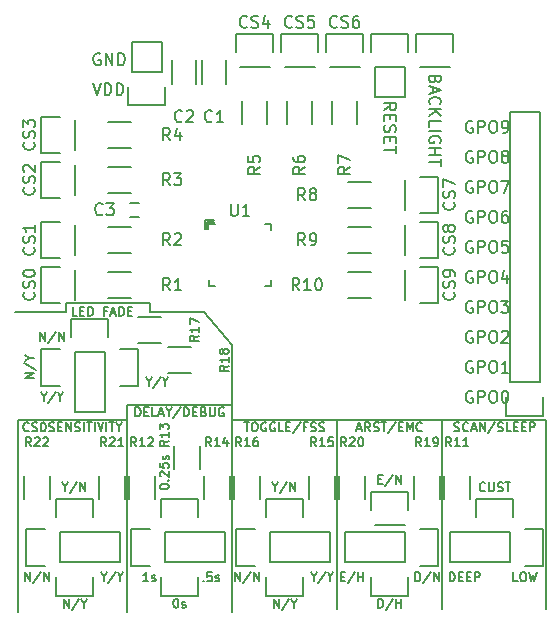
<source format=gto>
%TF.GenerationSoftware,KiCad,Pcbnew,4.0.4+e1-6308~48~ubuntu16.04.1-stable*%
%TF.CreationDate,2016-10-26T09:05:21-07:00*%
%TF.ProjectId,CY8CMBR2010,435938434D4252323031302E6B696361,rev?*%
%TF.FileFunction,Legend,Top*%
%FSLAX46Y46*%
G04 Gerber Fmt 4.6, Leading zero omitted, Abs format (unit mm)*
G04 Created by KiCad (PCBNEW 4.0.4+e1-6308~48~ubuntu16.04.1-stable) date Wed Oct 26 09:05:21 2016*
%MOMM*%
%LPD*%
G01*
G04 APERTURE LIST*
%ADD10C,0.050000*%
%ADD11C,0.200000*%
%ADD12C,0.150000*%
%ADD13R,1.800000X2.100000*%
%ADD14R,1.700000X2.100000*%
%ADD15R,1.300000X0.850000*%
%ADD16R,2.132000X2.132000*%
%ADD17O,2.132000X2.132000*%
%ADD18R,2.132000X1.827200*%
%ADD19O,2.132000X1.827200*%
%ADD20R,2.335200X2.335200*%
%ADD21R,1.827200X2.132000*%
%ADD22O,1.827200X2.132000*%
%ADD23R,2.100000X1.800000*%
%ADD24R,0.800000X0.350000*%
%ADD25R,0.350000X0.800000*%
%ADD26R,1.525000X1.525000*%
G04 APERTURE END LIST*
D10*
D11*
X121412000Y-97536000D02*
X123825000Y-100330000D01*
X116840000Y-97536000D02*
X121412000Y-97536000D01*
X116840000Y-96774000D02*
X116840000Y-97536000D01*
X109728000Y-97536000D02*
X105410000Y-97536000D01*
X109728000Y-96774000D02*
X109728000Y-97536000D01*
X116840000Y-96774000D02*
X109728000Y-96774000D01*
X105664000Y-122936000D02*
X105664000Y-106680000D01*
X105664000Y-106680000D02*
X114935000Y-106680000D01*
X114935000Y-105410000D02*
X123825000Y-105410000D01*
X123825000Y-106680000D02*
X132715000Y-106680000D01*
X132715000Y-106680000D02*
X141605000Y-106680000D01*
X114935000Y-122936460D02*
X114935000Y-105410000D01*
X123825000Y-122936356D02*
X123825000Y-100329648D01*
X132715000Y-122682503D02*
X132715000Y-106680000D01*
X141605000Y-122682503D02*
X141605000Y-106680000D01*
X150368000Y-106680000D02*
X150368000Y-122682503D01*
X141605000Y-106680000D02*
X150368000Y-106680000D01*
D12*
X144176905Y-104275000D02*
X144081667Y-104227381D01*
X143938810Y-104227381D01*
X143795952Y-104275000D01*
X143700714Y-104370238D01*
X143653095Y-104465476D01*
X143605476Y-104655952D01*
X143605476Y-104798810D01*
X143653095Y-104989286D01*
X143700714Y-105084524D01*
X143795952Y-105179762D01*
X143938810Y-105227381D01*
X144034048Y-105227381D01*
X144176905Y-105179762D01*
X144224524Y-105132143D01*
X144224524Y-104798810D01*
X144034048Y-104798810D01*
X144653095Y-105227381D02*
X144653095Y-104227381D01*
X145034048Y-104227381D01*
X145129286Y-104275000D01*
X145176905Y-104322619D01*
X145224524Y-104417857D01*
X145224524Y-104560714D01*
X145176905Y-104655952D01*
X145129286Y-104703571D01*
X145034048Y-104751190D01*
X144653095Y-104751190D01*
X145843571Y-104227381D02*
X146034048Y-104227381D01*
X146129286Y-104275000D01*
X146224524Y-104370238D01*
X146272143Y-104560714D01*
X146272143Y-104894048D01*
X146224524Y-105084524D01*
X146129286Y-105179762D01*
X146034048Y-105227381D01*
X145843571Y-105227381D01*
X145748333Y-105179762D01*
X145653095Y-105084524D01*
X145605476Y-104894048D01*
X145605476Y-104560714D01*
X145653095Y-104370238D01*
X145748333Y-104275000D01*
X145843571Y-104227381D01*
X146891190Y-104227381D02*
X146986429Y-104227381D01*
X147081667Y-104275000D01*
X147129286Y-104322619D01*
X147176905Y-104417857D01*
X147224524Y-104608333D01*
X147224524Y-104846429D01*
X147176905Y-105036905D01*
X147129286Y-105132143D01*
X147081667Y-105179762D01*
X146986429Y-105227381D01*
X146891190Y-105227381D01*
X146795952Y-105179762D01*
X146748333Y-105132143D01*
X146700714Y-105036905D01*
X146653095Y-104846429D01*
X146653095Y-104608333D01*
X146700714Y-104417857D01*
X146748333Y-104322619D01*
X146795952Y-104275000D01*
X146891190Y-104227381D01*
X144176905Y-101735000D02*
X144081667Y-101687381D01*
X143938810Y-101687381D01*
X143795952Y-101735000D01*
X143700714Y-101830238D01*
X143653095Y-101925476D01*
X143605476Y-102115952D01*
X143605476Y-102258810D01*
X143653095Y-102449286D01*
X143700714Y-102544524D01*
X143795952Y-102639762D01*
X143938810Y-102687381D01*
X144034048Y-102687381D01*
X144176905Y-102639762D01*
X144224524Y-102592143D01*
X144224524Y-102258810D01*
X144034048Y-102258810D01*
X144653095Y-102687381D02*
X144653095Y-101687381D01*
X145034048Y-101687381D01*
X145129286Y-101735000D01*
X145176905Y-101782619D01*
X145224524Y-101877857D01*
X145224524Y-102020714D01*
X145176905Y-102115952D01*
X145129286Y-102163571D01*
X145034048Y-102211190D01*
X144653095Y-102211190D01*
X145843571Y-101687381D02*
X146034048Y-101687381D01*
X146129286Y-101735000D01*
X146224524Y-101830238D01*
X146272143Y-102020714D01*
X146272143Y-102354048D01*
X146224524Y-102544524D01*
X146129286Y-102639762D01*
X146034048Y-102687381D01*
X145843571Y-102687381D01*
X145748333Y-102639762D01*
X145653095Y-102544524D01*
X145605476Y-102354048D01*
X145605476Y-102020714D01*
X145653095Y-101830238D01*
X145748333Y-101735000D01*
X145843571Y-101687381D01*
X147224524Y-102687381D02*
X146653095Y-102687381D01*
X146938809Y-102687381D02*
X146938809Y-101687381D01*
X146843571Y-101830238D01*
X146748333Y-101925476D01*
X146653095Y-101973095D01*
X144176905Y-99195000D02*
X144081667Y-99147381D01*
X143938810Y-99147381D01*
X143795952Y-99195000D01*
X143700714Y-99290238D01*
X143653095Y-99385476D01*
X143605476Y-99575952D01*
X143605476Y-99718810D01*
X143653095Y-99909286D01*
X143700714Y-100004524D01*
X143795952Y-100099762D01*
X143938810Y-100147381D01*
X144034048Y-100147381D01*
X144176905Y-100099762D01*
X144224524Y-100052143D01*
X144224524Y-99718810D01*
X144034048Y-99718810D01*
X144653095Y-100147381D02*
X144653095Y-99147381D01*
X145034048Y-99147381D01*
X145129286Y-99195000D01*
X145176905Y-99242619D01*
X145224524Y-99337857D01*
X145224524Y-99480714D01*
X145176905Y-99575952D01*
X145129286Y-99623571D01*
X145034048Y-99671190D01*
X144653095Y-99671190D01*
X145843571Y-99147381D02*
X146034048Y-99147381D01*
X146129286Y-99195000D01*
X146224524Y-99290238D01*
X146272143Y-99480714D01*
X146272143Y-99814048D01*
X146224524Y-100004524D01*
X146129286Y-100099762D01*
X146034048Y-100147381D01*
X145843571Y-100147381D01*
X145748333Y-100099762D01*
X145653095Y-100004524D01*
X145605476Y-99814048D01*
X145605476Y-99480714D01*
X145653095Y-99290238D01*
X145748333Y-99195000D01*
X145843571Y-99147381D01*
X146653095Y-99242619D02*
X146700714Y-99195000D01*
X146795952Y-99147381D01*
X147034048Y-99147381D01*
X147129286Y-99195000D01*
X147176905Y-99242619D01*
X147224524Y-99337857D01*
X147224524Y-99433095D01*
X147176905Y-99575952D01*
X146605476Y-100147381D01*
X147224524Y-100147381D01*
X144176905Y-96655000D02*
X144081667Y-96607381D01*
X143938810Y-96607381D01*
X143795952Y-96655000D01*
X143700714Y-96750238D01*
X143653095Y-96845476D01*
X143605476Y-97035952D01*
X143605476Y-97178810D01*
X143653095Y-97369286D01*
X143700714Y-97464524D01*
X143795952Y-97559762D01*
X143938810Y-97607381D01*
X144034048Y-97607381D01*
X144176905Y-97559762D01*
X144224524Y-97512143D01*
X144224524Y-97178810D01*
X144034048Y-97178810D01*
X144653095Y-97607381D02*
X144653095Y-96607381D01*
X145034048Y-96607381D01*
X145129286Y-96655000D01*
X145176905Y-96702619D01*
X145224524Y-96797857D01*
X145224524Y-96940714D01*
X145176905Y-97035952D01*
X145129286Y-97083571D01*
X145034048Y-97131190D01*
X144653095Y-97131190D01*
X145843571Y-96607381D02*
X146034048Y-96607381D01*
X146129286Y-96655000D01*
X146224524Y-96750238D01*
X146272143Y-96940714D01*
X146272143Y-97274048D01*
X146224524Y-97464524D01*
X146129286Y-97559762D01*
X146034048Y-97607381D01*
X145843571Y-97607381D01*
X145748333Y-97559762D01*
X145653095Y-97464524D01*
X145605476Y-97274048D01*
X145605476Y-96940714D01*
X145653095Y-96750238D01*
X145748333Y-96655000D01*
X145843571Y-96607381D01*
X146605476Y-96607381D02*
X147224524Y-96607381D01*
X146891190Y-96988333D01*
X147034048Y-96988333D01*
X147129286Y-97035952D01*
X147176905Y-97083571D01*
X147224524Y-97178810D01*
X147224524Y-97416905D01*
X147176905Y-97512143D01*
X147129286Y-97559762D01*
X147034048Y-97607381D01*
X146748333Y-97607381D01*
X146653095Y-97559762D01*
X146605476Y-97512143D01*
X144176905Y-94115000D02*
X144081667Y-94067381D01*
X143938810Y-94067381D01*
X143795952Y-94115000D01*
X143700714Y-94210238D01*
X143653095Y-94305476D01*
X143605476Y-94495952D01*
X143605476Y-94638810D01*
X143653095Y-94829286D01*
X143700714Y-94924524D01*
X143795952Y-95019762D01*
X143938810Y-95067381D01*
X144034048Y-95067381D01*
X144176905Y-95019762D01*
X144224524Y-94972143D01*
X144224524Y-94638810D01*
X144034048Y-94638810D01*
X144653095Y-95067381D02*
X144653095Y-94067381D01*
X145034048Y-94067381D01*
X145129286Y-94115000D01*
X145176905Y-94162619D01*
X145224524Y-94257857D01*
X145224524Y-94400714D01*
X145176905Y-94495952D01*
X145129286Y-94543571D01*
X145034048Y-94591190D01*
X144653095Y-94591190D01*
X145843571Y-94067381D02*
X146034048Y-94067381D01*
X146129286Y-94115000D01*
X146224524Y-94210238D01*
X146272143Y-94400714D01*
X146272143Y-94734048D01*
X146224524Y-94924524D01*
X146129286Y-95019762D01*
X146034048Y-95067381D01*
X145843571Y-95067381D01*
X145748333Y-95019762D01*
X145653095Y-94924524D01*
X145605476Y-94734048D01*
X145605476Y-94400714D01*
X145653095Y-94210238D01*
X145748333Y-94115000D01*
X145843571Y-94067381D01*
X147129286Y-94400714D02*
X147129286Y-95067381D01*
X146891190Y-94019762D02*
X146653095Y-94734048D01*
X147272143Y-94734048D01*
X144176905Y-91575000D02*
X144081667Y-91527381D01*
X143938810Y-91527381D01*
X143795952Y-91575000D01*
X143700714Y-91670238D01*
X143653095Y-91765476D01*
X143605476Y-91955952D01*
X143605476Y-92098810D01*
X143653095Y-92289286D01*
X143700714Y-92384524D01*
X143795952Y-92479762D01*
X143938810Y-92527381D01*
X144034048Y-92527381D01*
X144176905Y-92479762D01*
X144224524Y-92432143D01*
X144224524Y-92098810D01*
X144034048Y-92098810D01*
X144653095Y-92527381D02*
X144653095Y-91527381D01*
X145034048Y-91527381D01*
X145129286Y-91575000D01*
X145176905Y-91622619D01*
X145224524Y-91717857D01*
X145224524Y-91860714D01*
X145176905Y-91955952D01*
X145129286Y-92003571D01*
X145034048Y-92051190D01*
X144653095Y-92051190D01*
X145843571Y-91527381D02*
X146034048Y-91527381D01*
X146129286Y-91575000D01*
X146224524Y-91670238D01*
X146272143Y-91860714D01*
X146272143Y-92194048D01*
X146224524Y-92384524D01*
X146129286Y-92479762D01*
X146034048Y-92527381D01*
X145843571Y-92527381D01*
X145748333Y-92479762D01*
X145653095Y-92384524D01*
X145605476Y-92194048D01*
X145605476Y-91860714D01*
X145653095Y-91670238D01*
X145748333Y-91575000D01*
X145843571Y-91527381D01*
X147176905Y-91527381D02*
X146700714Y-91527381D01*
X146653095Y-92003571D01*
X146700714Y-91955952D01*
X146795952Y-91908333D01*
X147034048Y-91908333D01*
X147129286Y-91955952D01*
X147176905Y-92003571D01*
X147224524Y-92098810D01*
X147224524Y-92336905D01*
X147176905Y-92432143D01*
X147129286Y-92479762D01*
X147034048Y-92527381D01*
X146795952Y-92527381D01*
X146700714Y-92479762D01*
X146653095Y-92432143D01*
X144176905Y-89035000D02*
X144081667Y-88987381D01*
X143938810Y-88987381D01*
X143795952Y-89035000D01*
X143700714Y-89130238D01*
X143653095Y-89225476D01*
X143605476Y-89415952D01*
X143605476Y-89558810D01*
X143653095Y-89749286D01*
X143700714Y-89844524D01*
X143795952Y-89939762D01*
X143938810Y-89987381D01*
X144034048Y-89987381D01*
X144176905Y-89939762D01*
X144224524Y-89892143D01*
X144224524Y-89558810D01*
X144034048Y-89558810D01*
X144653095Y-89987381D02*
X144653095Y-88987381D01*
X145034048Y-88987381D01*
X145129286Y-89035000D01*
X145176905Y-89082619D01*
X145224524Y-89177857D01*
X145224524Y-89320714D01*
X145176905Y-89415952D01*
X145129286Y-89463571D01*
X145034048Y-89511190D01*
X144653095Y-89511190D01*
X145843571Y-88987381D02*
X146034048Y-88987381D01*
X146129286Y-89035000D01*
X146224524Y-89130238D01*
X146272143Y-89320714D01*
X146272143Y-89654048D01*
X146224524Y-89844524D01*
X146129286Y-89939762D01*
X146034048Y-89987381D01*
X145843571Y-89987381D01*
X145748333Y-89939762D01*
X145653095Y-89844524D01*
X145605476Y-89654048D01*
X145605476Y-89320714D01*
X145653095Y-89130238D01*
X145748333Y-89035000D01*
X145843571Y-88987381D01*
X147129286Y-88987381D02*
X146938809Y-88987381D01*
X146843571Y-89035000D01*
X146795952Y-89082619D01*
X146700714Y-89225476D01*
X146653095Y-89415952D01*
X146653095Y-89796905D01*
X146700714Y-89892143D01*
X146748333Y-89939762D01*
X146843571Y-89987381D01*
X147034048Y-89987381D01*
X147129286Y-89939762D01*
X147176905Y-89892143D01*
X147224524Y-89796905D01*
X147224524Y-89558810D01*
X147176905Y-89463571D01*
X147129286Y-89415952D01*
X147034048Y-89368333D01*
X146843571Y-89368333D01*
X146748333Y-89415952D01*
X146700714Y-89463571D01*
X146653095Y-89558810D01*
X144176905Y-86495000D02*
X144081667Y-86447381D01*
X143938810Y-86447381D01*
X143795952Y-86495000D01*
X143700714Y-86590238D01*
X143653095Y-86685476D01*
X143605476Y-86875952D01*
X143605476Y-87018810D01*
X143653095Y-87209286D01*
X143700714Y-87304524D01*
X143795952Y-87399762D01*
X143938810Y-87447381D01*
X144034048Y-87447381D01*
X144176905Y-87399762D01*
X144224524Y-87352143D01*
X144224524Y-87018810D01*
X144034048Y-87018810D01*
X144653095Y-87447381D02*
X144653095Y-86447381D01*
X145034048Y-86447381D01*
X145129286Y-86495000D01*
X145176905Y-86542619D01*
X145224524Y-86637857D01*
X145224524Y-86780714D01*
X145176905Y-86875952D01*
X145129286Y-86923571D01*
X145034048Y-86971190D01*
X144653095Y-86971190D01*
X145843571Y-86447381D02*
X146034048Y-86447381D01*
X146129286Y-86495000D01*
X146224524Y-86590238D01*
X146272143Y-86780714D01*
X146272143Y-87114048D01*
X146224524Y-87304524D01*
X146129286Y-87399762D01*
X146034048Y-87447381D01*
X145843571Y-87447381D01*
X145748333Y-87399762D01*
X145653095Y-87304524D01*
X145605476Y-87114048D01*
X145605476Y-86780714D01*
X145653095Y-86590238D01*
X145748333Y-86495000D01*
X145843571Y-86447381D01*
X146605476Y-86447381D02*
X147272143Y-86447381D01*
X146843571Y-87447381D01*
X144176905Y-83955000D02*
X144081667Y-83907381D01*
X143938810Y-83907381D01*
X143795952Y-83955000D01*
X143700714Y-84050238D01*
X143653095Y-84145476D01*
X143605476Y-84335952D01*
X143605476Y-84478810D01*
X143653095Y-84669286D01*
X143700714Y-84764524D01*
X143795952Y-84859762D01*
X143938810Y-84907381D01*
X144034048Y-84907381D01*
X144176905Y-84859762D01*
X144224524Y-84812143D01*
X144224524Y-84478810D01*
X144034048Y-84478810D01*
X144653095Y-84907381D02*
X144653095Y-83907381D01*
X145034048Y-83907381D01*
X145129286Y-83955000D01*
X145176905Y-84002619D01*
X145224524Y-84097857D01*
X145224524Y-84240714D01*
X145176905Y-84335952D01*
X145129286Y-84383571D01*
X145034048Y-84431190D01*
X144653095Y-84431190D01*
X145843571Y-83907381D02*
X146034048Y-83907381D01*
X146129286Y-83955000D01*
X146224524Y-84050238D01*
X146272143Y-84240714D01*
X146272143Y-84574048D01*
X146224524Y-84764524D01*
X146129286Y-84859762D01*
X146034048Y-84907381D01*
X145843571Y-84907381D01*
X145748333Y-84859762D01*
X145653095Y-84764524D01*
X145605476Y-84574048D01*
X145605476Y-84240714D01*
X145653095Y-84050238D01*
X145748333Y-83955000D01*
X145843571Y-83907381D01*
X146843571Y-84335952D02*
X146748333Y-84288333D01*
X146700714Y-84240714D01*
X146653095Y-84145476D01*
X146653095Y-84097857D01*
X146700714Y-84002619D01*
X146748333Y-83955000D01*
X146843571Y-83907381D01*
X147034048Y-83907381D01*
X147129286Y-83955000D01*
X147176905Y-84002619D01*
X147224524Y-84097857D01*
X147224524Y-84145476D01*
X147176905Y-84240714D01*
X147129286Y-84288333D01*
X147034048Y-84335952D01*
X146843571Y-84335952D01*
X146748333Y-84383571D01*
X146700714Y-84431190D01*
X146653095Y-84526429D01*
X146653095Y-84716905D01*
X146700714Y-84812143D01*
X146748333Y-84859762D01*
X146843571Y-84907381D01*
X147034048Y-84907381D01*
X147129286Y-84859762D01*
X147176905Y-84812143D01*
X147224524Y-84716905D01*
X147224524Y-84526429D01*
X147176905Y-84431190D01*
X147129286Y-84383571D01*
X147034048Y-84335952D01*
X144176905Y-81415000D02*
X144081667Y-81367381D01*
X143938810Y-81367381D01*
X143795952Y-81415000D01*
X143700714Y-81510238D01*
X143653095Y-81605476D01*
X143605476Y-81795952D01*
X143605476Y-81938810D01*
X143653095Y-82129286D01*
X143700714Y-82224524D01*
X143795952Y-82319762D01*
X143938810Y-82367381D01*
X144034048Y-82367381D01*
X144176905Y-82319762D01*
X144224524Y-82272143D01*
X144224524Y-81938810D01*
X144034048Y-81938810D01*
X144653095Y-82367381D02*
X144653095Y-81367381D01*
X145034048Y-81367381D01*
X145129286Y-81415000D01*
X145176905Y-81462619D01*
X145224524Y-81557857D01*
X145224524Y-81700714D01*
X145176905Y-81795952D01*
X145129286Y-81843571D01*
X145034048Y-81891190D01*
X144653095Y-81891190D01*
X145843571Y-81367381D02*
X146034048Y-81367381D01*
X146129286Y-81415000D01*
X146224524Y-81510238D01*
X146272143Y-81700714D01*
X146272143Y-82034048D01*
X146224524Y-82224524D01*
X146129286Y-82319762D01*
X146034048Y-82367381D01*
X145843571Y-82367381D01*
X145748333Y-82319762D01*
X145653095Y-82224524D01*
X145605476Y-82034048D01*
X145605476Y-81700714D01*
X145653095Y-81510238D01*
X145748333Y-81415000D01*
X145843571Y-81367381D01*
X146748333Y-82367381D02*
X146938809Y-82367381D01*
X147034048Y-82319762D01*
X147081667Y-82272143D01*
X147176905Y-82129286D01*
X147224524Y-81938810D01*
X147224524Y-81557857D01*
X147176905Y-81462619D01*
X147129286Y-81415000D01*
X147034048Y-81367381D01*
X146843571Y-81367381D01*
X146748333Y-81415000D01*
X146700714Y-81462619D01*
X146653095Y-81557857D01*
X146653095Y-81795952D01*
X146700714Y-81891190D01*
X146748333Y-81938810D01*
X146843571Y-81986429D01*
X147034048Y-81986429D01*
X147129286Y-81938810D01*
X147176905Y-81891190D01*
X147224524Y-81795952D01*
X148000714Y-120354286D02*
X147643571Y-120354286D01*
X147643571Y-119604286D01*
X148393572Y-119604286D02*
X148536429Y-119604286D01*
X148607857Y-119640000D01*
X148679286Y-119711429D01*
X148715000Y-119854286D01*
X148715000Y-120104286D01*
X148679286Y-120247143D01*
X148607857Y-120318571D01*
X148536429Y-120354286D01*
X148393572Y-120354286D01*
X148322143Y-120318571D01*
X148250714Y-120247143D01*
X148215000Y-120104286D01*
X148215000Y-119854286D01*
X148250714Y-119711429D01*
X148322143Y-119640000D01*
X148393572Y-119604286D01*
X148965000Y-119604286D02*
X149143571Y-120354286D01*
X149286428Y-119818571D01*
X149429286Y-120354286D01*
X149607857Y-119604286D01*
X145246429Y-112662857D02*
X145210715Y-112698571D01*
X145103572Y-112734286D01*
X145032143Y-112734286D01*
X144925000Y-112698571D01*
X144853572Y-112627143D01*
X144817857Y-112555714D01*
X144782143Y-112412857D01*
X144782143Y-112305714D01*
X144817857Y-112162857D01*
X144853572Y-112091429D01*
X144925000Y-112020000D01*
X145032143Y-111984286D01*
X145103572Y-111984286D01*
X145210715Y-112020000D01*
X145246429Y-112055714D01*
X145567857Y-111984286D02*
X145567857Y-112591429D01*
X145603572Y-112662857D01*
X145639286Y-112698571D01*
X145710715Y-112734286D01*
X145853572Y-112734286D01*
X145925000Y-112698571D01*
X145960715Y-112662857D01*
X145996429Y-112591429D01*
X145996429Y-111984286D01*
X146317857Y-112698571D02*
X146425000Y-112734286D01*
X146603571Y-112734286D01*
X146675000Y-112698571D01*
X146710714Y-112662857D01*
X146746429Y-112591429D01*
X146746429Y-112520000D01*
X146710714Y-112448571D01*
X146675000Y-112412857D01*
X146603571Y-112377143D01*
X146460714Y-112341429D01*
X146389286Y-112305714D01*
X146353571Y-112270000D01*
X146317857Y-112198571D01*
X146317857Y-112127143D01*
X146353571Y-112055714D01*
X146389286Y-112020000D01*
X146460714Y-111984286D01*
X146639286Y-111984286D01*
X146746429Y-112020000D01*
X146960715Y-111984286D02*
X147389286Y-111984286D01*
X147175000Y-112734286D02*
X147175000Y-111984286D01*
X142260000Y-120354286D02*
X142260000Y-119604286D01*
X142438572Y-119604286D01*
X142545715Y-119640000D01*
X142617143Y-119711429D01*
X142652858Y-119782857D01*
X142688572Y-119925714D01*
X142688572Y-120032857D01*
X142652858Y-120175714D01*
X142617143Y-120247143D01*
X142545715Y-120318571D01*
X142438572Y-120354286D01*
X142260000Y-120354286D01*
X143010000Y-119961429D02*
X143260000Y-119961429D01*
X143367143Y-120354286D02*
X143010000Y-120354286D01*
X143010000Y-119604286D01*
X143367143Y-119604286D01*
X143688571Y-119961429D02*
X143938571Y-119961429D01*
X144045714Y-120354286D02*
X143688571Y-120354286D01*
X143688571Y-119604286D01*
X144045714Y-119604286D01*
X144367142Y-120354286D02*
X144367142Y-119604286D01*
X144652857Y-119604286D01*
X144724285Y-119640000D01*
X144760000Y-119675714D01*
X144795714Y-119747143D01*
X144795714Y-119854286D01*
X144760000Y-119925714D01*
X144724285Y-119961429D01*
X144652857Y-119997143D01*
X144367142Y-119997143D01*
X139352857Y-120354286D02*
X139352857Y-119604286D01*
X139531429Y-119604286D01*
X139638572Y-119640000D01*
X139710000Y-119711429D01*
X139745715Y-119782857D01*
X139781429Y-119925714D01*
X139781429Y-120032857D01*
X139745715Y-120175714D01*
X139710000Y-120247143D01*
X139638572Y-120318571D01*
X139531429Y-120354286D01*
X139352857Y-120354286D01*
X140638572Y-119568571D02*
X139995715Y-120532857D01*
X140888571Y-120354286D02*
X140888571Y-119604286D01*
X141317143Y-120354286D01*
X141317143Y-119604286D01*
X136177857Y-122594286D02*
X136177857Y-121844286D01*
X136356429Y-121844286D01*
X136463572Y-121880000D01*
X136535000Y-121951429D01*
X136570715Y-122022857D01*
X136606429Y-122165714D01*
X136606429Y-122272857D01*
X136570715Y-122415714D01*
X136535000Y-122487143D01*
X136463572Y-122558571D01*
X136356429Y-122594286D01*
X136177857Y-122594286D01*
X137463572Y-121808571D02*
X136820715Y-122772857D01*
X137713571Y-122594286D02*
X137713571Y-121844286D01*
X137713571Y-122201429D02*
X138142143Y-122201429D01*
X138142143Y-122594286D02*
X138142143Y-121844286D01*
X133038572Y-119961429D02*
X133288572Y-119961429D01*
X133395715Y-120354286D02*
X133038572Y-120354286D01*
X133038572Y-119604286D01*
X133395715Y-119604286D01*
X134252858Y-119568571D02*
X133610001Y-120532857D01*
X134502857Y-120354286D02*
X134502857Y-119604286D01*
X134502857Y-119961429D02*
X134931429Y-119961429D01*
X134931429Y-120354286D02*
X134931429Y-119604286D01*
X136213572Y-111706429D02*
X136463572Y-111706429D01*
X136570715Y-112099286D02*
X136213572Y-112099286D01*
X136213572Y-111349286D01*
X136570715Y-111349286D01*
X137427858Y-111313571D02*
X136785001Y-112277857D01*
X137677857Y-112099286D02*
X137677857Y-111349286D01*
X138106429Y-112099286D01*
X138106429Y-111349286D01*
X134427857Y-107440000D02*
X134785000Y-107440000D01*
X134356429Y-107654286D02*
X134606429Y-106904286D01*
X134856429Y-107654286D01*
X135535000Y-107654286D02*
X135285000Y-107297143D01*
X135106428Y-107654286D02*
X135106428Y-106904286D01*
X135392143Y-106904286D01*
X135463571Y-106940000D01*
X135499286Y-106975714D01*
X135535000Y-107047143D01*
X135535000Y-107154286D01*
X135499286Y-107225714D01*
X135463571Y-107261429D01*
X135392143Y-107297143D01*
X135106428Y-107297143D01*
X135820714Y-107618571D02*
X135927857Y-107654286D01*
X136106428Y-107654286D01*
X136177857Y-107618571D01*
X136213571Y-107582857D01*
X136249286Y-107511429D01*
X136249286Y-107440000D01*
X136213571Y-107368571D01*
X136177857Y-107332857D01*
X136106428Y-107297143D01*
X135963571Y-107261429D01*
X135892143Y-107225714D01*
X135856428Y-107190000D01*
X135820714Y-107118571D01*
X135820714Y-107047143D01*
X135856428Y-106975714D01*
X135892143Y-106940000D01*
X135963571Y-106904286D01*
X136142143Y-106904286D01*
X136249286Y-106940000D01*
X136463572Y-106904286D02*
X136892143Y-106904286D01*
X136677857Y-107654286D02*
X136677857Y-106904286D01*
X137677858Y-106868571D02*
X137035001Y-107832857D01*
X137927857Y-107261429D02*
X138177857Y-107261429D01*
X138285000Y-107654286D02*
X137927857Y-107654286D01*
X137927857Y-106904286D01*
X138285000Y-106904286D01*
X138606428Y-107654286D02*
X138606428Y-106904286D01*
X138856428Y-107440000D01*
X139106428Y-106904286D01*
X139106428Y-107654286D01*
X139892143Y-107582857D02*
X139856429Y-107618571D01*
X139749286Y-107654286D01*
X139677857Y-107654286D01*
X139570714Y-107618571D01*
X139499286Y-107547143D01*
X139463571Y-107475714D01*
X139427857Y-107332857D01*
X139427857Y-107225714D01*
X139463571Y-107082857D01*
X139499286Y-107011429D01*
X139570714Y-106940000D01*
X139677857Y-106904286D01*
X139749286Y-106904286D01*
X139856429Y-106940000D01*
X139892143Y-106975714D01*
X127341429Y-122594286D02*
X127341429Y-121844286D01*
X127770001Y-122594286D01*
X127770001Y-121844286D01*
X128662858Y-121808571D02*
X128020001Y-122772857D01*
X129055715Y-122237143D02*
X129055715Y-122594286D01*
X128805715Y-121844286D02*
X129055715Y-122237143D01*
X129305715Y-121844286D01*
X130730715Y-119997143D02*
X130730715Y-120354286D01*
X130480715Y-119604286D02*
X130730715Y-119997143D01*
X130980715Y-119604286D01*
X131766429Y-119568571D02*
X131123572Y-120532857D01*
X132159286Y-119997143D02*
X132159286Y-120354286D01*
X131909286Y-119604286D02*
X132159286Y-119997143D01*
X132409286Y-119604286D01*
X124095000Y-120354286D02*
X124095000Y-119604286D01*
X124523572Y-120354286D01*
X124523572Y-119604286D01*
X125416429Y-119568571D02*
X124773572Y-120532857D01*
X125666428Y-120354286D02*
X125666428Y-119604286D01*
X126095000Y-120354286D01*
X126095000Y-119604286D01*
X127484287Y-112377143D02*
X127484287Y-112734286D01*
X127234287Y-111984286D02*
X127484287Y-112377143D01*
X127734287Y-111984286D01*
X128520001Y-111948571D02*
X127877144Y-112912857D01*
X128770000Y-112734286D02*
X128770000Y-111984286D01*
X129198572Y-112734286D01*
X129198572Y-111984286D01*
X124841429Y-106904286D02*
X125270000Y-106904286D01*
X125055714Y-107654286D02*
X125055714Y-106904286D01*
X125662858Y-106904286D02*
X125805715Y-106904286D01*
X125877143Y-106940000D01*
X125948572Y-107011429D01*
X125984286Y-107154286D01*
X125984286Y-107404286D01*
X125948572Y-107547143D01*
X125877143Y-107618571D01*
X125805715Y-107654286D01*
X125662858Y-107654286D01*
X125591429Y-107618571D01*
X125520000Y-107547143D01*
X125484286Y-107404286D01*
X125484286Y-107154286D01*
X125520000Y-107011429D01*
X125591429Y-106940000D01*
X125662858Y-106904286D01*
X126698572Y-106940000D02*
X126627143Y-106904286D01*
X126520000Y-106904286D01*
X126412857Y-106940000D01*
X126341429Y-107011429D01*
X126305714Y-107082857D01*
X126270000Y-107225714D01*
X126270000Y-107332857D01*
X126305714Y-107475714D01*
X126341429Y-107547143D01*
X126412857Y-107618571D01*
X126520000Y-107654286D01*
X126591429Y-107654286D01*
X126698572Y-107618571D01*
X126734286Y-107582857D01*
X126734286Y-107332857D01*
X126591429Y-107332857D01*
X127448572Y-106940000D02*
X127377143Y-106904286D01*
X127270000Y-106904286D01*
X127162857Y-106940000D01*
X127091429Y-107011429D01*
X127055714Y-107082857D01*
X127020000Y-107225714D01*
X127020000Y-107332857D01*
X127055714Y-107475714D01*
X127091429Y-107547143D01*
X127162857Y-107618571D01*
X127270000Y-107654286D01*
X127341429Y-107654286D01*
X127448572Y-107618571D01*
X127484286Y-107582857D01*
X127484286Y-107332857D01*
X127341429Y-107332857D01*
X128162857Y-107654286D02*
X127805714Y-107654286D01*
X127805714Y-106904286D01*
X128412857Y-107261429D02*
X128662857Y-107261429D01*
X128770000Y-107654286D02*
X128412857Y-107654286D01*
X128412857Y-106904286D01*
X128770000Y-106904286D01*
X129627143Y-106868571D02*
X128984286Y-107832857D01*
X130127142Y-107261429D02*
X129877142Y-107261429D01*
X129877142Y-107654286D02*
X129877142Y-106904286D01*
X130234285Y-106904286D01*
X130484285Y-107618571D02*
X130591428Y-107654286D01*
X130769999Y-107654286D01*
X130841428Y-107618571D01*
X130877142Y-107582857D01*
X130912857Y-107511429D01*
X130912857Y-107440000D01*
X130877142Y-107368571D01*
X130841428Y-107332857D01*
X130769999Y-107297143D01*
X130627142Y-107261429D01*
X130555714Y-107225714D01*
X130519999Y-107190000D01*
X130484285Y-107118571D01*
X130484285Y-107047143D01*
X130519999Y-106975714D01*
X130555714Y-106940000D01*
X130627142Y-106904286D01*
X130805714Y-106904286D01*
X130912857Y-106940000D01*
X131198571Y-107618571D02*
X131305714Y-107654286D01*
X131484285Y-107654286D01*
X131555714Y-107618571D01*
X131591428Y-107582857D01*
X131627143Y-107511429D01*
X131627143Y-107440000D01*
X131591428Y-107368571D01*
X131555714Y-107332857D01*
X131484285Y-107297143D01*
X131341428Y-107261429D01*
X131270000Y-107225714D01*
X131234285Y-107190000D01*
X131198571Y-107118571D01*
X131198571Y-107047143D01*
X131234285Y-106975714D01*
X131270000Y-106940000D01*
X131341428Y-106904286D01*
X131520000Y-106904286D01*
X131627143Y-106940000D01*
X115647858Y-106384286D02*
X115647858Y-105634286D01*
X115826430Y-105634286D01*
X115933573Y-105670000D01*
X116005001Y-105741429D01*
X116040716Y-105812857D01*
X116076430Y-105955714D01*
X116076430Y-106062857D01*
X116040716Y-106205714D01*
X116005001Y-106277143D01*
X115933573Y-106348571D01*
X115826430Y-106384286D01*
X115647858Y-106384286D01*
X116397858Y-105991429D02*
X116647858Y-105991429D01*
X116755001Y-106384286D02*
X116397858Y-106384286D01*
X116397858Y-105634286D01*
X116755001Y-105634286D01*
X117433572Y-106384286D02*
X117076429Y-106384286D01*
X117076429Y-105634286D01*
X117647858Y-106170000D02*
X118005001Y-106170000D01*
X117576430Y-106384286D02*
X117826430Y-105634286D01*
X118076430Y-106384286D01*
X118469287Y-106027143D02*
X118469287Y-106384286D01*
X118219287Y-105634286D02*
X118469287Y-106027143D01*
X118719287Y-105634286D01*
X119505001Y-105598571D02*
X118862144Y-106562857D01*
X119755000Y-106384286D02*
X119755000Y-105634286D01*
X119933572Y-105634286D01*
X120040715Y-105670000D01*
X120112143Y-105741429D01*
X120147858Y-105812857D01*
X120183572Y-105955714D01*
X120183572Y-106062857D01*
X120147858Y-106205714D01*
X120112143Y-106277143D01*
X120040715Y-106348571D01*
X119933572Y-106384286D01*
X119755000Y-106384286D01*
X120505000Y-105991429D02*
X120755000Y-105991429D01*
X120862143Y-106384286D02*
X120505000Y-106384286D01*
X120505000Y-105634286D01*
X120862143Y-105634286D01*
X121433571Y-105991429D02*
X121540714Y-106027143D01*
X121576429Y-106062857D01*
X121612143Y-106134286D01*
X121612143Y-106241429D01*
X121576429Y-106312857D01*
X121540714Y-106348571D01*
X121469286Y-106384286D01*
X121183571Y-106384286D01*
X121183571Y-105634286D01*
X121433571Y-105634286D01*
X121505000Y-105670000D01*
X121540714Y-105705714D01*
X121576429Y-105777143D01*
X121576429Y-105848571D01*
X121540714Y-105920000D01*
X121505000Y-105955714D01*
X121433571Y-105991429D01*
X121183571Y-105991429D01*
X121933571Y-105634286D02*
X121933571Y-106241429D01*
X121969286Y-106312857D01*
X122005000Y-106348571D01*
X122076429Y-106384286D01*
X122219286Y-106384286D01*
X122290714Y-106348571D01*
X122326429Y-106312857D01*
X122362143Y-106241429D01*
X122362143Y-105634286D01*
X123112143Y-105670000D02*
X123040714Y-105634286D01*
X122933571Y-105634286D01*
X122826428Y-105670000D01*
X122755000Y-105741429D01*
X122719285Y-105812857D01*
X122683571Y-105955714D01*
X122683571Y-106062857D01*
X122719285Y-106205714D01*
X122755000Y-106277143D01*
X122826428Y-106348571D01*
X122933571Y-106384286D01*
X123005000Y-106384286D01*
X123112143Y-106348571D01*
X123147857Y-106312857D01*
X123147857Y-106062857D01*
X123005000Y-106062857D01*
X121386285Y-120282857D02*
X121422000Y-120318571D01*
X121386285Y-120354286D01*
X121350571Y-120318571D01*
X121386285Y-120282857D01*
X121386285Y-120354286D01*
X122100571Y-119604286D02*
X121743428Y-119604286D01*
X121707714Y-119961429D01*
X121743428Y-119925714D01*
X121814857Y-119890000D01*
X121993428Y-119890000D01*
X122064857Y-119925714D01*
X122100571Y-119961429D01*
X122136286Y-120032857D01*
X122136286Y-120211429D01*
X122100571Y-120282857D01*
X122064857Y-120318571D01*
X121993428Y-120354286D01*
X121814857Y-120354286D01*
X121743428Y-120318571D01*
X121707714Y-120282857D01*
X122422000Y-120318571D02*
X122493429Y-120354286D01*
X122636286Y-120354286D01*
X122707714Y-120318571D01*
X122743429Y-120247143D01*
X122743429Y-120211429D01*
X122707714Y-120140000D01*
X122636286Y-120104286D01*
X122529143Y-120104286D01*
X122457714Y-120068571D01*
X122422000Y-119997143D01*
X122422000Y-119961429D01*
X122457714Y-119890000D01*
X122529143Y-119854286D01*
X122636286Y-119854286D01*
X122707714Y-119890000D01*
X119040715Y-121844286D02*
X119112143Y-121844286D01*
X119183572Y-121880000D01*
X119219286Y-121915714D01*
X119255000Y-121987143D01*
X119290715Y-122130000D01*
X119290715Y-122308571D01*
X119255000Y-122451429D01*
X119219286Y-122522857D01*
X119183572Y-122558571D01*
X119112143Y-122594286D01*
X119040715Y-122594286D01*
X118969286Y-122558571D01*
X118933572Y-122522857D01*
X118897857Y-122451429D01*
X118862143Y-122308571D01*
X118862143Y-122130000D01*
X118897857Y-121987143D01*
X118933572Y-121915714D01*
X118969286Y-121880000D01*
X119040715Y-121844286D01*
X119576429Y-122558571D02*
X119647858Y-122594286D01*
X119790715Y-122594286D01*
X119862143Y-122558571D01*
X119897858Y-122487143D01*
X119897858Y-122451429D01*
X119862143Y-122380000D01*
X119790715Y-122344286D01*
X119683572Y-122344286D01*
X119612143Y-122308571D01*
X119576429Y-122237143D01*
X119576429Y-122201429D01*
X119612143Y-122130000D01*
X119683572Y-122094286D01*
X119790715Y-122094286D01*
X119862143Y-122130000D01*
X116750715Y-120354286D02*
X116322143Y-120354286D01*
X116536429Y-120354286D02*
X116536429Y-119604286D01*
X116465000Y-119711429D01*
X116393572Y-119782857D01*
X116322143Y-119818571D01*
X117036429Y-120318571D02*
X117107858Y-120354286D01*
X117250715Y-120354286D01*
X117322143Y-120318571D01*
X117357858Y-120247143D01*
X117357858Y-120211429D01*
X117322143Y-120140000D01*
X117250715Y-120104286D01*
X117143572Y-120104286D01*
X117072143Y-120068571D01*
X117036429Y-119997143D01*
X117036429Y-119961429D01*
X117072143Y-119890000D01*
X117143572Y-119854286D01*
X117250715Y-119854286D01*
X117322143Y-119890000D01*
X117699286Y-112357143D02*
X117699286Y-112285715D01*
X117735000Y-112214286D01*
X117770714Y-112178572D01*
X117842143Y-112142858D01*
X117985000Y-112107143D01*
X118163571Y-112107143D01*
X118306429Y-112142858D01*
X118377857Y-112178572D01*
X118413571Y-112214286D01*
X118449286Y-112285715D01*
X118449286Y-112357143D01*
X118413571Y-112428572D01*
X118377857Y-112464286D01*
X118306429Y-112500001D01*
X118163571Y-112535715D01*
X117985000Y-112535715D01*
X117842143Y-112500001D01*
X117770714Y-112464286D01*
X117735000Y-112428572D01*
X117699286Y-112357143D01*
X118377857Y-111785715D02*
X118413571Y-111750000D01*
X118449286Y-111785715D01*
X118413571Y-111821429D01*
X118377857Y-111785715D01*
X118449286Y-111785715D01*
X117770714Y-111464286D02*
X117735000Y-111428572D01*
X117699286Y-111357143D01*
X117699286Y-111178572D01*
X117735000Y-111107143D01*
X117770714Y-111071429D01*
X117842143Y-111035714D01*
X117913571Y-111035714D01*
X118020714Y-111071429D01*
X118449286Y-111500000D01*
X118449286Y-111035714D01*
X117699286Y-110357143D02*
X117699286Y-110714286D01*
X118056429Y-110750000D01*
X118020714Y-110714286D01*
X117985000Y-110642857D01*
X117985000Y-110464286D01*
X118020714Y-110392857D01*
X118056429Y-110357143D01*
X118127857Y-110321428D01*
X118306429Y-110321428D01*
X118377857Y-110357143D01*
X118413571Y-110392857D01*
X118449286Y-110464286D01*
X118449286Y-110642857D01*
X118413571Y-110714286D01*
X118377857Y-110750000D01*
X118413571Y-110035714D02*
X118449286Y-109964285D01*
X118449286Y-109821428D01*
X118413571Y-109750000D01*
X118342143Y-109714285D01*
X118306429Y-109714285D01*
X118235000Y-109750000D01*
X118199286Y-109821428D01*
X118199286Y-109928571D01*
X118163571Y-110000000D01*
X118092143Y-110035714D01*
X118056429Y-110035714D01*
X117985000Y-110000000D01*
X117949286Y-109928571D01*
X117949286Y-109821428D01*
X117985000Y-109750000D01*
X109704287Y-112377143D02*
X109704287Y-112734286D01*
X109454287Y-111984286D02*
X109704287Y-112377143D01*
X109954287Y-111984286D01*
X110740001Y-111948571D02*
X110097144Y-112912857D01*
X110990000Y-112734286D02*
X110990000Y-111984286D01*
X111418572Y-112734286D01*
X111418572Y-111984286D01*
X109561429Y-122594286D02*
X109561429Y-121844286D01*
X109990001Y-122594286D01*
X109990001Y-121844286D01*
X110882858Y-121808571D02*
X110240001Y-122772857D01*
X111275715Y-122237143D02*
X111275715Y-122594286D01*
X111025715Y-121844286D02*
X111275715Y-122237143D01*
X111525715Y-121844286D01*
X112950715Y-119997143D02*
X112950715Y-120354286D01*
X112700715Y-119604286D02*
X112950715Y-119997143D01*
X113200715Y-119604286D01*
X113986429Y-119568571D02*
X113343572Y-120532857D01*
X114379286Y-119997143D02*
X114379286Y-120354286D01*
X114129286Y-119604286D02*
X114379286Y-119997143D01*
X114629286Y-119604286D01*
X106315000Y-120354286D02*
X106315000Y-119604286D01*
X106743572Y-120354286D01*
X106743572Y-119604286D01*
X107636429Y-119568571D02*
X106993572Y-120532857D01*
X107886428Y-120354286D02*
X107886428Y-119604286D01*
X108315000Y-120354286D01*
X108315000Y-119604286D01*
X106620928Y-107582857D02*
X106585214Y-107618571D01*
X106478071Y-107654286D01*
X106406642Y-107654286D01*
X106299499Y-107618571D01*
X106228071Y-107547143D01*
X106192356Y-107475714D01*
X106156642Y-107332857D01*
X106156642Y-107225714D01*
X106192356Y-107082857D01*
X106228071Y-107011429D01*
X106299499Y-106940000D01*
X106406642Y-106904286D01*
X106478071Y-106904286D01*
X106585214Y-106940000D01*
X106620928Y-106975714D01*
X106906642Y-107618571D02*
X107013785Y-107654286D01*
X107192356Y-107654286D01*
X107263785Y-107618571D01*
X107299499Y-107582857D01*
X107335214Y-107511429D01*
X107335214Y-107440000D01*
X107299499Y-107368571D01*
X107263785Y-107332857D01*
X107192356Y-107297143D01*
X107049499Y-107261429D01*
X106978071Y-107225714D01*
X106942356Y-107190000D01*
X106906642Y-107118571D01*
X106906642Y-107047143D01*
X106942356Y-106975714D01*
X106978071Y-106940000D01*
X107049499Y-106904286D01*
X107228071Y-106904286D01*
X107335214Y-106940000D01*
X107799500Y-106904286D02*
X107870928Y-106904286D01*
X107942357Y-106940000D01*
X107978071Y-106975714D01*
X108013785Y-107047143D01*
X108049500Y-107190000D01*
X108049500Y-107368571D01*
X108013785Y-107511429D01*
X107978071Y-107582857D01*
X107942357Y-107618571D01*
X107870928Y-107654286D01*
X107799500Y-107654286D01*
X107728071Y-107618571D01*
X107692357Y-107582857D01*
X107656642Y-107511429D01*
X107620928Y-107368571D01*
X107620928Y-107190000D01*
X107656642Y-107047143D01*
X107692357Y-106975714D01*
X107728071Y-106940000D01*
X107799500Y-106904286D01*
X108335214Y-107618571D02*
X108442357Y-107654286D01*
X108620928Y-107654286D01*
X108692357Y-107618571D01*
X108728071Y-107582857D01*
X108763786Y-107511429D01*
X108763786Y-107440000D01*
X108728071Y-107368571D01*
X108692357Y-107332857D01*
X108620928Y-107297143D01*
X108478071Y-107261429D01*
X108406643Y-107225714D01*
X108370928Y-107190000D01*
X108335214Y-107118571D01*
X108335214Y-107047143D01*
X108370928Y-106975714D01*
X108406643Y-106940000D01*
X108478071Y-106904286D01*
X108656643Y-106904286D01*
X108763786Y-106940000D01*
X109085214Y-107261429D02*
X109335214Y-107261429D01*
X109442357Y-107654286D02*
X109085214Y-107654286D01*
X109085214Y-106904286D01*
X109442357Y-106904286D01*
X109763785Y-107654286D02*
X109763785Y-106904286D01*
X110192357Y-107654286D01*
X110192357Y-106904286D01*
X110513785Y-107618571D02*
X110620928Y-107654286D01*
X110799499Y-107654286D01*
X110870928Y-107618571D01*
X110906642Y-107582857D01*
X110942357Y-107511429D01*
X110942357Y-107440000D01*
X110906642Y-107368571D01*
X110870928Y-107332857D01*
X110799499Y-107297143D01*
X110656642Y-107261429D01*
X110585214Y-107225714D01*
X110549499Y-107190000D01*
X110513785Y-107118571D01*
X110513785Y-107047143D01*
X110549499Y-106975714D01*
X110585214Y-106940000D01*
X110656642Y-106904286D01*
X110835214Y-106904286D01*
X110942357Y-106940000D01*
X111263785Y-107654286D02*
X111263785Y-106904286D01*
X111513786Y-106904286D02*
X111942357Y-106904286D01*
X111728071Y-107654286D02*
X111728071Y-106904286D01*
X112192357Y-107654286D02*
X112192357Y-106904286D01*
X112442358Y-106904286D02*
X112692358Y-107654286D01*
X112942358Y-106904286D01*
X113192357Y-107654286D02*
X113192357Y-106904286D01*
X113442358Y-106904286D02*
X113870929Y-106904286D01*
X113656643Y-107654286D02*
X113656643Y-106904286D01*
X114263787Y-107297143D02*
X114263787Y-107654286D01*
X114013787Y-106904286D02*
X114263787Y-107297143D01*
X114513787Y-106904286D01*
X110714500Y-97875286D02*
X110357357Y-97875286D01*
X110357357Y-97125286D01*
X110964500Y-97482429D02*
X111214500Y-97482429D01*
X111321643Y-97875286D02*
X110964500Y-97875286D01*
X110964500Y-97125286D01*
X111321643Y-97125286D01*
X111643071Y-97875286D02*
X111643071Y-97125286D01*
X111821643Y-97125286D01*
X111928786Y-97161000D01*
X112000214Y-97232429D01*
X112035929Y-97303857D01*
X112071643Y-97446714D01*
X112071643Y-97553857D01*
X112035929Y-97696714D01*
X112000214Y-97768143D01*
X111928786Y-97839571D01*
X111821643Y-97875286D01*
X111643071Y-97875286D01*
X113214500Y-97482429D02*
X112964500Y-97482429D01*
X112964500Y-97875286D02*
X112964500Y-97125286D01*
X113321643Y-97125286D01*
X113571643Y-97661000D02*
X113928786Y-97661000D01*
X113500215Y-97875286D02*
X113750215Y-97125286D01*
X114000215Y-97875286D01*
X114250214Y-97875286D02*
X114250214Y-97125286D01*
X114428786Y-97125286D01*
X114535929Y-97161000D01*
X114607357Y-97232429D01*
X114643072Y-97303857D01*
X114678786Y-97446714D01*
X114678786Y-97553857D01*
X114643072Y-97696714D01*
X114607357Y-97768143D01*
X114535929Y-97839571D01*
X114428786Y-97875286D01*
X114250214Y-97875286D01*
X115000214Y-97482429D02*
X115250214Y-97482429D01*
X115357357Y-97875286D02*
X115000214Y-97875286D01*
X115000214Y-97125286D01*
X115357357Y-97125286D01*
X116760715Y-103487143D02*
X116760715Y-103844286D01*
X116510715Y-103094286D02*
X116760715Y-103487143D01*
X117010715Y-103094286D01*
X117796429Y-103058571D02*
X117153572Y-104022857D01*
X118189286Y-103487143D02*
X118189286Y-103844286D01*
X117939286Y-103094286D02*
X118189286Y-103487143D01*
X118439286Y-103094286D01*
X107870715Y-104757143D02*
X107870715Y-105114286D01*
X107620715Y-104364286D02*
X107870715Y-104757143D01*
X108120715Y-104364286D01*
X108906429Y-104328571D02*
X108263572Y-105292857D01*
X109299286Y-104757143D02*
X109299286Y-105114286D01*
X109049286Y-104364286D02*
X109299286Y-104757143D01*
X109549286Y-104364286D01*
X107585000Y-100034286D02*
X107585000Y-99284286D01*
X108013572Y-100034286D01*
X108013572Y-99284286D01*
X108906429Y-99248571D02*
X108263572Y-100212857D01*
X109156428Y-100034286D02*
X109156428Y-99284286D01*
X109585000Y-100034286D01*
X109585000Y-99284286D01*
X107019286Y-103163571D02*
X106269286Y-103163571D01*
X107019286Y-102734999D01*
X106269286Y-102734999D01*
X106233571Y-101842142D02*
X107197857Y-102484999D01*
X106662143Y-101449285D02*
X107019286Y-101449285D01*
X106269286Y-101699285D02*
X106662143Y-101449285D01*
X106269286Y-101199285D01*
X142597143Y-95892857D02*
X142644762Y-95940476D01*
X142692381Y-96083333D01*
X142692381Y-96178571D01*
X142644762Y-96321429D01*
X142549524Y-96416667D01*
X142454286Y-96464286D01*
X142263810Y-96511905D01*
X142120952Y-96511905D01*
X141930476Y-96464286D01*
X141835238Y-96416667D01*
X141740000Y-96321429D01*
X141692381Y-96178571D01*
X141692381Y-96083333D01*
X141740000Y-95940476D01*
X141787619Y-95892857D01*
X142644762Y-95511905D02*
X142692381Y-95369048D01*
X142692381Y-95130952D01*
X142644762Y-95035714D01*
X142597143Y-94988095D01*
X142501905Y-94940476D01*
X142406667Y-94940476D01*
X142311429Y-94988095D01*
X142263810Y-95035714D01*
X142216190Y-95130952D01*
X142168571Y-95321429D01*
X142120952Y-95416667D01*
X142073333Y-95464286D01*
X141978095Y-95511905D01*
X141882857Y-95511905D01*
X141787619Y-95464286D01*
X141740000Y-95416667D01*
X141692381Y-95321429D01*
X141692381Y-95083333D01*
X141740000Y-94940476D01*
X142692381Y-94464286D02*
X142692381Y-94273810D01*
X142644762Y-94178571D01*
X142597143Y-94130952D01*
X142454286Y-94035714D01*
X142263810Y-93988095D01*
X141882857Y-93988095D01*
X141787619Y-94035714D01*
X141740000Y-94083333D01*
X141692381Y-94178571D01*
X141692381Y-94369048D01*
X141740000Y-94464286D01*
X141787619Y-94511905D01*
X141882857Y-94559524D01*
X142120952Y-94559524D01*
X142216190Y-94511905D01*
X142263810Y-94464286D01*
X142311429Y-94369048D01*
X142311429Y-94178571D01*
X142263810Y-94083333D01*
X142216190Y-94035714D01*
X142120952Y-93988095D01*
X142597143Y-92082857D02*
X142644762Y-92130476D01*
X142692381Y-92273333D01*
X142692381Y-92368571D01*
X142644762Y-92511429D01*
X142549524Y-92606667D01*
X142454286Y-92654286D01*
X142263810Y-92701905D01*
X142120952Y-92701905D01*
X141930476Y-92654286D01*
X141835238Y-92606667D01*
X141740000Y-92511429D01*
X141692381Y-92368571D01*
X141692381Y-92273333D01*
X141740000Y-92130476D01*
X141787619Y-92082857D01*
X142644762Y-91701905D02*
X142692381Y-91559048D01*
X142692381Y-91320952D01*
X142644762Y-91225714D01*
X142597143Y-91178095D01*
X142501905Y-91130476D01*
X142406667Y-91130476D01*
X142311429Y-91178095D01*
X142263810Y-91225714D01*
X142216190Y-91320952D01*
X142168571Y-91511429D01*
X142120952Y-91606667D01*
X142073333Y-91654286D01*
X141978095Y-91701905D01*
X141882857Y-91701905D01*
X141787619Y-91654286D01*
X141740000Y-91606667D01*
X141692381Y-91511429D01*
X141692381Y-91273333D01*
X141740000Y-91130476D01*
X142120952Y-90559048D02*
X142073333Y-90654286D01*
X142025714Y-90701905D01*
X141930476Y-90749524D01*
X141882857Y-90749524D01*
X141787619Y-90701905D01*
X141740000Y-90654286D01*
X141692381Y-90559048D01*
X141692381Y-90368571D01*
X141740000Y-90273333D01*
X141787619Y-90225714D01*
X141882857Y-90178095D01*
X141930476Y-90178095D01*
X142025714Y-90225714D01*
X142073333Y-90273333D01*
X142120952Y-90368571D01*
X142120952Y-90559048D01*
X142168571Y-90654286D01*
X142216190Y-90701905D01*
X142311429Y-90749524D01*
X142501905Y-90749524D01*
X142597143Y-90701905D01*
X142644762Y-90654286D01*
X142692381Y-90559048D01*
X142692381Y-90368571D01*
X142644762Y-90273333D01*
X142597143Y-90225714D01*
X142501905Y-90178095D01*
X142311429Y-90178095D01*
X142216190Y-90225714D01*
X142168571Y-90273333D01*
X142120952Y-90368571D01*
X142597143Y-88272857D02*
X142644762Y-88320476D01*
X142692381Y-88463333D01*
X142692381Y-88558571D01*
X142644762Y-88701429D01*
X142549524Y-88796667D01*
X142454286Y-88844286D01*
X142263810Y-88891905D01*
X142120952Y-88891905D01*
X141930476Y-88844286D01*
X141835238Y-88796667D01*
X141740000Y-88701429D01*
X141692381Y-88558571D01*
X141692381Y-88463333D01*
X141740000Y-88320476D01*
X141787619Y-88272857D01*
X142644762Y-87891905D02*
X142692381Y-87749048D01*
X142692381Y-87510952D01*
X142644762Y-87415714D01*
X142597143Y-87368095D01*
X142501905Y-87320476D01*
X142406667Y-87320476D01*
X142311429Y-87368095D01*
X142263810Y-87415714D01*
X142216190Y-87510952D01*
X142168571Y-87701429D01*
X142120952Y-87796667D01*
X142073333Y-87844286D01*
X141978095Y-87891905D01*
X141882857Y-87891905D01*
X141787619Y-87844286D01*
X141740000Y-87796667D01*
X141692381Y-87701429D01*
X141692381Y-87463333D01*
X141740000Y-87320476D01*
X141692381Y-86987143D02*
X141692381Y-86320476D01*
X142692381Y-86749048D01*
X132707143Y-73382143D02*
X132659524Y-73429762D01*
X132516667Y-73477381D01*
X132421429Y-73477381D01*
X132278571Y-73429762D01*
X132183333Y-73334524D01*
X132135714Y-73239286D01*
X132088095Y-73048810D01*
X132088095Y-72905952D01*
X132135714Y-72715476D01*
X132183333Y-72620238D01*
X132278571Y-72525000D01*
X132421429Y-72477381D01*
X132516667Y-72477381D01*
X132659524Y-72525000D01*
X132707143Y-72572619D01*
X133088095Y-73429762D02*
X133230952Y-73477381D01*
X133469048Y-73477381D01*
X133564286Y-73429762D01*
X133611905Y-73382143D01*
X133659524Y-73286905D01*
X133659524Y-73191667D01*
X133611905Y-73096429D01*
X133564286Y-73048810D01*
X133469048Y-73001190D01*
X133278571Y-72953571D01*
X133183333Y-72905952D01*
X133135714Y-72858333D01*
X133088095Y-72763095D01*
X133088095Y-72667857D01*
X133135714Y-72572619D01*
X133183333Y-72525000D01*
X133278571Y-72477381D01*
X133516667Y-72477381D01*
X133659524Y-72525000D01*
X134516667Y-72477381D02*
X134326190Y-72477381D01*
X134230952Y-72525000D01*
X134183333Y-72572619D01*
X134088095Y-72715476D01*
X134040476Y-72905952D01*
X134040476Y-73286905D01*
X134088095Y-73382143D01*
X134135714Y-73429762D01*
X134230952Y-73477381D01*
X134421429Y-73477381D01*
X134516667Y-73429762D01*
X134564286Y-73382143D01*
X134611905Y-73286905D01*
X134611905Y-73048810D01*
X134564286Y-72953571D01*
X134516667Y-72905952D01*
X134421429Y-72858333D01*
X134230952Y-72858333D01*
X134135714Y-72905952D01*
X134088095Y-72953571D01*
X134040476Y-73048810D01*
X128897143Y-73382143D02*
X128849524Y-73429762D01*
X128706667Y-73477381D01*
X128611429Y-73477381D01*
X128468571Y-73429762D01*
X128373333Y-73334524D01*
X128325714Y-73239286D01*
X128278095Y-73048810D01*
X128278095Y-72905952D01*
X128325714Y-72715476D01*
X128373333Y-72620238D01*
X128468571Y-72525000D01*
X128611429Y-72477381D01*
X128706667Y-72477381D01*
X128849524Y-72525000D01*
X128897143Y-72572619D01*
X129278095Y-73429762D02*
X129420952Y-73477381D01*
X129659048Y-73477381D01*
X129754286Y-73429762D01*
X129801905Y-73382143D01*
X129849524Y-73286905D01*
X129849524Y-73191667D01*
X129801905Y-73096429D01*
X129754286Y-73048810D01*
X129659048Y-73001190D01*
X129468571Y-72953571D01*
X129373333Y-72905952D01*
X129325714Y-72858333D01*
X129278095Y-72763095D01*
X129278095Y-72667857D01*
X129325714Y-72572619D01*
X129373333Y-72525000D01*
X129468571Y-72477381D01*
X129706667Y-72477381D01*
X129849524Y-72525000D01*
X130754286Y-72477381D02*
X130278095Y-72477381D01*
X130230476Y-72953571D01*
X130278095Y-72905952D01*
X130373333Y-72858333D01*
X130611429Y-72858333D01*
X130706667Y-72905952D01*
X130754286Y-72953571D01*
X130801905Y-73048810D01*
X130801905Y-73286905D01*
X130754286Y-73382143D01*
X130706667Y-73429762D01*
X130611429Y-73477381D01*
X130373333Y-73477381D01*
X130278095Y-73429762D01*
X130230476Y-73382143D01*
X125087143Y-73382143D02*
X125039524Y-73429762D01*
X124896667Y-73477381D01*
X124801429Y-73477381D01*
X124658571Y-73429762D01*
X124563333Y-73334524D01*
X124515714Y-73239286D01*
X124468095Y-73048810D01*
X124468095Y-72905952D01*
X124515714Y-72715476D01*
X124563333Y-72620238D01*
X124658571Y-72525000D01*
X124801429Y-72477381D01*
X124896667Y-72477381D01*
X125039524Y-72525000D01*
X125087143Y-72572619D01*
X125468095Y-73429762D02*
X125610952Y-73477381D01*
X125849048Y-73477381D01*
X125944286Y-73429762D01*
X125991905Y-73382143D01*
X126039524Y-73286905D01*
X126039524Y-73191667D01*
X125991905Y-73096429D01*
X125944286Y-73048810D01*
X125849048Y-73001190D01*
X125658571Y-72953571D01*
X125563333Y-72905952D01*
X125515714Y-72858333D01*
X125468095Y-72763095D01*
X125468095Y-72667857D01*
X125515714Y-72572619D01*
X125563333Y-72525000D01*
X125658571Y-72477381D01*
X125896667Y-72477381D01*
X126039524Y-72525000D01*
X126896667Y-72810714D02*
X126896667Y-73477381D01*
X126658571Y-72429762D02*
X126420476Y-73144048D01*
X127039524Y-73144048D01*
X107037143Y-83192857D02*
X107084762Y-83240476D01*
X107132381Y-83383333D01*
X107132381Y-83478571D01*
X107084762Y-83621429D01*
X106989524Y-83716667D01*
X106894286Y-83764286D01*
X106703810Y-83811905D01*
X106560952Y-83811905D01*
X106370476Y-83764286D01*
X106275238Y-83716667D01*
X106180000Y-83621429D01*
X106132381Y-83478571D01*
X106132381Y-83383333D01*
X106180000Y-83240476D01*
X106227619Y-83192857D01*
X107084762Y-82811905D02*
X107132381Y-82669048D01*
X107132381Y-82430952D01*
X107084762Y-82335714D01*
X107037143Y-82288095D01*
X106941905Y-82240476D01*
X106846667Y-82240476D01*
X106751429Y-82288095D01*
X106703810Y-82335714D01*
X106656190Y-82430952D01*
X106608571Y-82621429D01*
X106560952Y-82716667D01*
X106513333Y-82764286D01*
X106418095Y-82811905D01*
X106322857Y-82811905D01*
X106227619Y-82764286D01*
X106180000Y-82716667D01*
X106132381Y-82621429D01*
X106132381Y-82383333D01*
X106180000Y-82240476D01*
X106132381Y-81907143D02*
X106132381Y-81288095D01*
X106513333Y-81621429D01*
X106513333Y-81478571D01*
X106560952Y-81383333D01*
X106608571Y-81335714D01*
X106703810Y-81288095D01*
X106941905Y-81288095D01*
X107037143Y-81335714D01*
X107084762Y-81383333D01*
X107132381Y-81478571D01*
X107132381Y-81764286D01*
X107084762Y-81859524D01*
X107037143Y-81907143D01*
X107037143Y-87002857D02*
X107084762Y-87050476D01*
X107132381Y-87193333D01*
X107132381Y-87288571D01*
X107084762Y-87431429D01*
X106989524Y-87526667D01*
X106894286Y-87574286D01*
X106703810Y-87621905D01*
X106560952Y-87621905D01*
X106370476Y-87574286D01*
X106275238Y-87526667D01*
X106180000Y-87431429D01*
X106132381Y-87288571D01*
X106132381Y-87193333D01*
X106180000Y-87050476D01*
X106227619Y-87002857D01*
X107084762Y-86621905D02*
X107132381Y-86479048D01*
X107132381Y-86240952D01*
X107084762Y-86145714D01*
X107037143Y-86098095D01*
X106941905Y-86050476D01*
X106846667Y-86050476D01*
X106751429Y-86098095D01*
X106703810Y-86145714D01*
X106656190Y-86240952D01*
X106608571Y-86431429D01*
X106560952Y-86526667D01*
X106513333Y-86574286D01*
X106418095Y-86621905D01*
X106322857Y-86621905D01*
X106227619Y-86574286D01*
X106180000Y-86526667D01*
X106132381Y-86431429D01*
X106132381Y-86193333D01*
X106180000Y-86050476D01*
X106227619Y-85669524D02*
X106180000Y-85621905D01*
X106132381Y-85526667D01*
X106132381Y-85288571D01*
X106180000Y-85193333D01*
X106227619Y-85145714D01*
X106322857Y-85098095D01*
X106418095Y-85098095D01*
X106560952Y-85145714D01*
X107132381Y-85717143D01*
X107132381Y-85098095D01*
X107037143Y-92082857D02*
X107084762Y-92130476D01*
X107132381Y-92273333D01*
X107132381Y-92368571D01*
X107084762Y-92511429D01*
X106989524Y-92606667D01*
X106894286Y-92654286D01*
X106703810Y-92701905D01*
X106560952Y-92701905D01*
X106370476Y-92654286D01*
X106275238Y-92606667D01*
X106180000Y-92511429D01*
X106132381Y-92368571D01*
X106132381Y-92273333D01*
X106180000Y-92130476D01*
X106227619Y-92082857D01*
X107084762Y-91701905D02*
X107132381Y-91559048D01*
X107132381Y-91320952D01*
X107084762Y-91225714D01*
X107037143Y-91178095D01*
X106941905Y-91130476D01*
X106846667Y-91130476D01*
X106751429Y-91178095D01*
X106703810Y-91225714D01*
X106656190Y-91320952D01*
X106608571Y-91511429D01*
X106560952Y-91606667D01*
X106513333Y-91654286D01*
X106418095Y-91701905D01*
X106322857Y-91701905D01*
X106227619Y-91654286D01*
X106180000Y-91606667D01*
X106132381Y-91511429D01*
X106132381Y-91273333D01*
X106180000Y-91130476D01*
X107132381Y-90178095D02*
X107132381Y-90749524D01*
X107132381Y-90463810D02*
X106132381Y-90463810D01*
X106275238Y-90559048D01*
X106370476Y-90654286D01*
X106418095Y-90749524D01*
X107037143Y-95892857D02*
X107084762Y-95940476D01*
X107132381Y-96083333D01*
X107132381Y-96178571D01*
X107084762Y-96321429D01*
X106989524Y-96416667D01*
X106894286Y-96464286D01*
X106703810Y-96511905D01*
X106560952Y-96511905D01*
X106370476Y-96464286D01*
X106275238Y-96416667D01*
X106180000Y-96321429D01*
X106132381Y-96178571D01*
X106132381Y-96083333D01*
X106180000Y-95940476D01*
X106227619Y-95892857D01*
X107084762Y-95511905D02*
X107132381Y-95369048D01*
X107132381Y-95130952D01*
X107084762Y-95035714D01*
X107037143Y-94988095D01*
X106941905Y-94940476D01*
X106846667Y-94940476D01*
X106751429Y-94988095D01*
X106703810Y-95035714D01*
X106656190Y-95130952D01*
X106608571Y-95321429D01*
X106560952Y-95416667D01*
X106513333Y-95464286D01*
X106418095Y-95511905D01*
X106322857Y-95511905D01*
X106227619Y-95464286D01*
X106180000Y-95416667D01*
X106132381Y-95321429D01*
X106132381Y-95083333D01*
X106180000Y-94940476D01*
X106132381Y-94321429D02*
X106132381Y-94226190D01*
X106180000Y-94130952D01*
X106227619Y-94083333D01*
X106322857Y-94035714D01*
X106513333Y-93988095D01*
X106751429Y-93988095D01*
X106941905Y-94035714D01*
X107037143Y-94083333D01*
X107084762Y-94130952D01*
X107132381Y-94226190D01*
X107132381Y-94321429D01*
X107084762Y-94416667D01*
X107037143Y-94464286D01*
X106941905Y-94511905D01*
X106751429Y-94559524D01*
X106513333Y-94559524D01*
X106322857Y-94511905D01*
X106227619Y-94464286D01*
X106180000Y-94416667D01*
X106132381Y-94321429D01*
X141041429Y-77875239D02*
X140993810Y-78018096D01*
X140946190Y-78065715D01*
X140850952Y-78113334D01*
X140708095Y-78113334D01*
X140612857Y-78065715D01*
X140565238Y-78018096D01*
X140517619Y-77922858D01*
X140517619Y-77541905D01*
X141517619Y-77541905D01*
X141517619Y-77875239D01*
X141470000Y-77970477D01*
X141422381Y-78018096D01*
X141327143Y-78065715D01*
X141231905Y-78065715D01*
X141136667Y-78018096D01*
X141089048Y-77970477D01*
X141041429Y-77875239D01*
X141041429Y-77541905D01*
X140803333Y-78494286D02*
X140803333Y-78970477D01*
X140517619Y-78399048D02*
X141517619Y-78732381D01*
X140517619Y-79065715D01*
X140612857Y-79970477D02*
X140565238Y-79922858D01*
X140517619Y-79780001D01*
X140517619Y-79684763D01*
X140565238Y-79541905D01*
X140660476Y-79446667D01*
X140755714Y-79399048D01*
X140946190Y-79351429D01*
X141089048Y-79351429D01*
X141279524Y-79399048D01*
X141374762Y-79446667D01*
X141470000Y-79541905D01*
X141517619Y-79684763D01*
X141517619Y-79780001D01*
X141470000Y-79922858D01*
X141422381Y-79970477D01*
X140517619Y-80399048D02*
X141517619Y-80399048D01*
X140517619Y-80970477D02*
X141089048Y-80541905D01*
X141517619Y-80970477D02*
X140946190Y-80399048D01*
X140517619Y-81875239D02*
X140517619Y-81399048D01*
X141517619Y-81399048D01*
X140517619Y-82208572D02*
X141517619Y-82208572D01*
X141470000Y-83208572D02*
X141517619Y-83113334D01*
X141517619Y-82970477D01*
X141470000Y-82827619D01*
X141374762Y-82732381D01*
X141279524Y-82684762D01*
X141089048Y-82637143D01*
X140946190Y-82637143D01*
X140755714Y-82684762D01*
X140660476Y-82732381D01*
X140565238Y-82827619D01*
X140517619Y-82970477D01*
X140517619Y-83065715D01*
X140565238Y-83208572D01*
X140612857Y-83256191D01*
X140946190Y-83256191D01*
X140946190Y-83065715D01*
X140517619Y-83684762D02*
X141517619Y-83684762D01*
X141041429Y-83684762D02*
X141041429Y-84256191D01*
X140517619Y-84256191D02*
X141517619Y-84256191D01*
X141517619Y-84589524D02*
X141517619Y-85160953D01*
X140517619Y-84875238D02*
X141517619Y-84875238D01*
X136707619Y-80462619D02*
X137183810Y-80129285D01*
X136707619Y-79891190D02*
X137707619Y-79891190D01*
X137707619Y-80272143D01*
X137660000Y-80367381D01*
X137612381Y-80415000D01*
X137517143Y-80462619D01*
X137374286Y-80462619D01*
X137279048Y-80415000D01*
X137231429Y-80367381D01*
X137183810Y-80272143D01*
X137183810Y-79891190D01*
X137231429Y-80891190D02*
X137231429Y-81224524D01*
X136707619Y-81367381D02*
X136707619Y-80891190D01*
X137707619Y-80891190D01*
X137707619Y-81367381D01*
X136755238Y-81748333D02*
X136707619Y-81891190D01*
X136707619Y-82129286D01*
X136755238Y-82224524D01*
X136802857Y-82272143D01*
X136898095Y-82319762D01*
X136993333Y-82319762D01*
X137088571Y-82272143D01*
X137136190Y-82224524D01*
X137183810Y-82129286D01*
X137231429Y-81938809D01*
X137279048Y-81843571D01*
X137326667Y-81795952D01*
X137421905Y-81748333D01*
X137517143Y-81748333D01*
X137612381Y-81795952D01*
X137660000Y-81843571D01*
X137707619Y-81938809D01*
X137707619Y-82176905D01*
X137660000Y-82319762D01*
X137231429Y-82748333D02*
X137231429Y-83081667D01*
X136707619Y-83224524D02*
X136707619Y-82748333D01*
X137707619Y-82748333D01*
X137707619Y-83224524D01*
X137707619Y-83510238D02*
X137707619Y-84081667D01*
X136707619Y-83795952D02*
X137707619Y-83795952D01*
X112649286Y-75700000D02*
X112554048Y-75652381D01*
X112411191Y-75652381D01*
X112268333Y-75700000D01*
X112173095Y-75795238D01*
X112125476Y-75890476D01*
X112077857Y-76080952D01*
X112077857Y-76223810D01*
X112125476Y-76414286D01*
X112173095Y-76509524D01*
X112268333Y-76604762D01*
X112411191Y-76652381D01*
X112506429Y-76652381D01*
X112649286Y-76604762D01*
X112696905Y-76557143D01*
X112696905Y-76223810D01*
X112506429Y-76223810D01*
X113125476Y-76652381D02*
X113125476Y-75652381D01*
X113696905Y-76652381D01*
X113696905Y-75652381D01*
X114173095Y-76652381D02*
X114173095Y-75652381D01*
X114411190Y-75652381D01*
X114554048Y-75700000D01*
X114649286Y-75795238D01*
X114696905Y-75890476D01*
X114744524Y-76080952D01*
X114744524Y-76223810D01*
X114696905Y-76414286D01*
X114649286Y-76509524D01*
X114554048Y-76604762D01*
X114411190Y-76652381D01*
X114173095Y-76652381D01*
X112046095Y-78192381D02*
X112379428Y-79192381D01*
X112712762Y-78192381D01*
X113046095Y-79192381D02*
X113046095Y-78192381D01*
X113284190Y-78192381D01*
X113427048Y-78240000D01*
X113522286Y-78335238D01*
X113569905Y-78430476D01*
X113617524Y-78620952D01*
X113617524Y-78763810D01*
X113569905Y-78954286D01*
X113522286Y-79049524D01*
X113427048Y-79144762D01*
X113284190Y-79192381D01*
X113046095Y-79192381D01*
X114046095Y-79192381D02*
X114046095Y-78192381D01*
X114284190Y-78192381D01*
X114427048Y-78240000D01*
X114522286Y-78335238D01*
X114569905Y-78430476D01*
X114617524Y-78620952D01*
X114617524Y-78763810D01*
X114569905Y-78954286D01*
X114522286Y-79049524D01*
X114427048Y-79144762D01*
X114284190Y-79192381D01*
X114046095Y-79192381D01*
X142639286Y-107618571D02*
X142746429Y-107654286D01*
X142925000Y-107654286D01*
X142996429Y-107618571D01*
X143032143Y-107582857D01*
X143067858Y-107511429D01*
X143067858Y-107440000D01*
X143032143Y-107368571D01*
X142996429Y-107332857D01*
X142925000Y-107297143D01*
X142782143Y-107261429D01*
X142710715Y-107225714D01*
X142675000Y-107190000D01*
X142639286Y-107118571D01*
X142639286Y-107047143D01*
X142675000Y-106975714D01*
X142710715Y-106940000D01*
X142782143Y-106904286D01*
X142960715Y-106904286D01*
X143067858Y-106940000D01*
X143817858Y-107582857D02*
X143782144Y-107618571D01*
X143675001Y-107654286D01*
X143603572Y-107654286D01*
X143496429Y-107618571D01*
X143425001Y-107547143D01*
X143389286Y-107475714D01*
X143353572Y-107332857D01*
X143353572Y-107225714D01*
X143389286Y-107082857D01*
X143425001Y-107011429D01*
X143496429Y-106940000D01*
X143603572Y-106904286D01*
X143675001Y-106904286D01*
X143782144Y-106940000D01*
X143817858Y-106975714D01*
X144103572Y-107440000D02*
X144460715Y-107440000D01*
X144032144Y-107654286D02*
X144282144Y-106904286D01*
X144532144Y-107654286D01*
X144782143Y-107654286D02*
X144782143Y-106904286D01*
X145210715Y-107654286D01*
X145210715Y-106904286D01*
X146103572Y-106868571D02*
X145460715Y-107832857D01*
X146317857Y-107618571D02*
X146425000Y-107654286D01*
X146603571Y-107654286D01*
X146675000Y-107618571D01*
X146710714Y-107582857D01*
X146746429Y-107511429D01*
X146746429Y-107440000D01*
X146710714Y-107368571D01*
X146675000Y-107332857D01*
X146603571Y-107297143D01*
X146460714Y-107261429D01*
X146389286Y-107225714D01*
X146353571Y-107190000D01*
X146317857Y-107118571D01*
X146317857Y-107047143D01*
X146353571Y-106975714D01*
X146389286Y-106940000D01*
X146460714Y-106904286D01*
X146639286Y-106904286D01*
X146746429Y-106940000D01*
X147425000Y-107654286D02*
X147067857Y-107654286D01*
X147067857Y-106904286D01*
X147675000Y-107261429D02*
X147925000Y-107261429D01*
X148032143Y-107654286D02*
X147675000Y-107654286D01*
X147675000Y-106904286D01*
X148032143Y-106904286D01*
X148353571Y-107261429D02*
X148603571Y-107261429D01*
X148710714Y-107654286D02*
X148353571Y-107654286D01*
X148353571Y-106904286D01*
X148710714Y-106904286D01*
X149032142Y-107654286D02*
X149032142Y-106904286D01*
X149317857Y-106904286D01*
X149389285Y-106940000D01*
X149425000Y-106975714D01*
X149460714Y-107047143D01*
X149460714Y-107154286D01*
X149425000Y-107225714D01*
X149389285Y-107261429D01*
X149317857Y-107297143D01*
X149032142Y-107297143D01*
X143950000Y-111395000D02*
X143950000Y-113395000D01*
X141800000Y-113395000D02*
X141800000Y-111395000D01*
X118736000Y-76216000D02*
X118736000Y-78216000D01*
X120786000Y-78216000D02*
X120786000Y-76216000D01*
X115920000Y-89500000D02*
X115220000Y-89500000D01*
X115220000Y-88300000D02*
X115920000Y-88300000D01*
X115316000Y-77216000D02*
X115316000Y-74676000D01*
X115036000Y-80036000D02*
X115036000Y-78486000D01*
X115316000Y-77216000D02*
X117856000Y-77216000D01*
X118136000Y-78486000D02*
X118136000Y-80036000D01*
X118136000Y-80036000D02*
X115036000Y-80036000D01*
X117856000Y-77216000D02*
X117856000Y-74676000D01*
X117856000Y-74676000D02*
X115316000Y-74676000D01*
X138430000Y-76835000D02*
X138430000Y-79375000D01*
X138710000Y-74015000D02*
X138710000Y-75565000D01*
X138430000Y-76835000D02*
X135890000Y-76835000D01*
X135610000Y-75565000D02*
X135610000Y-74015000D01*
X135610000Y-74015000D02*
X138710000Y-74015000D01*
X135890000Y-76835000D02*
X135890000Y-79375000D01*
X135890000Y-79375000D02*
X138430000Y-79375000D01*
X147320000Y-103505000D02*
X147320000Y-80645000D01*
X147320000Y-80645000D02*
X149860000Y-80645000D01*
X149860000Y-80645000D02*
X149860000Y-103505000D01*
X147040000Y-106325000D02*
X147040000Y-104775000D01*
X147320000Y-103505000D02*
X149860000Y-103505000D01*
X150140000Y-104775000D02*
X150140000Y-106325000D01*
X150140000Y-106325000D02*
X147040000Y-106325000D01*
X142520000Y-74015000D02*
X142520000Y-75565000D01*
X139420000Y-75565000D02*
X139420000Y-74015000D01*
X139420000Y-74015000D02*
X142520000Y-74015000D01*
X139700000Y-76835000D02*
X142240000Y-76835000D01*
X147600000Y-113385000D02*
X147600000Y-114935000D01*
X144500000Y-114935000D02*
X144500000Y-113385000D01*
X144500000Y-113385000D02*
X147600000Y-113385000D01*
X144780000Y-116205000D02*
X147320000Y-116205000D01*
X147320000Y-116205000D02*
X142240000Y-116205000D01*
X142240000Y-116205000D02*
X142240000Y-118745000D01*
X142240000Y-118745000D02*
X147320000Y-118745000D01*
X150140000Y-119025000D02*
X148590000Y-119025000D01*
X147320000Y-118745000D02*
X147320000Y-116205000D01*
X148590000Y-115925000D02*
X150140000Y-115925000D01*
X150140000Y-115925000D02*
X150140000Y-119025000D01*
X117830000Y-121565000D02*
X117830000Y-120015000D01*
X120930000Y-120015000D02*
X120930000Y-121565000D01*
X120930000Y-121565000D02*
X117830000Y-121565000D01*
X120650000Y-118745000D02*
X118110000Y-118745000D01*
X118110000Y-118745000D02*
X123190000Y-118745000D01*
X123190000Y-118745000D02*
X123190000Y-116205000D01*
X123190000Y-116205000D02*
X118110000Y-116205000D01*
X115290000Y-115925000D02*
X116840000Y-115925000D01*
X118110000Y-116205000D02*
X118110000Y-118745000D01*
X116840000Y-119025000D02*
X115290000Y-119025000D01*
X115290000Y-119025000D02*
X115290000Y-115925000D01*
X120930000Y-113385000D02*
X120930000Y-114935000D01*
X117830000Y-114935000D02*
X117830000Y-113385000D01*
X117830000Y-113385000D02*
X120930000Y-113385000D01*
X118110000Y-116205000D02*
X120650000Y-116205000D01*
X126720000Y-121565000D02*
X126720000Y-120015000D01*
X129820000Y-120015000D02*
X129820000Y-121565000D01*
X129820000Y-121565000D02*
X126720000Y-121565000D01*
X129540000Y-118745000D02*
X127000000Y-118745000D01*
X107670000Y-100685000D02*
X109220000Y-100685000D01*
X109220000Y-103785000D02*
X107670000Y-103785000D01*
X107670000Y-103785000D02*
X107670000Y-100685000D01*
X110490000Y-103505000D02*
X110490000Y-100965000D01*
X127000000Y-118745000D02*
X132080000Y-118745000D01*
X132080000Y-118745000D02*
X132080000Y-116205000D01*
X132080000Y-116205000D02*
X127000000Y-116205000D01*
X124180000Y-115925000D02*
X125730000Y-115925000D01*
X127000000Y-116205000D02*
X127000000Y-118745000D01*
X125730000Y-119025000D02*
X124180000Y-119025000D01*
X124180000Y-119025000D02*
X124180000Y-115925000D01*
X110490000Y-100965000D02*
X110490000Y-106045000D01*
X110490000Y-106045000D02*
X113030000Y-106045000D01*
X113030000Y-106045000D02*
X113030000Y-100965000D01*
X113310000Y-98145000D02*
X113310000Y-99695000D01*
X113030000Y-100965000D02*
X110490000Y-100965000D01*
X110210000Y-99695000D02*
X110210000Y-98145000D01*
X110210000Y-98145000D02*
X113310000Y-98145000D01*
X129820000Y-113385000D02*
X129820000Y-114935000D01*
X126720000Y-114935000D02*
X126720000Y-113385000D01*
X126720000Y-113385000D02*
X129820000Y-113385000D01*
X127000000Y-116205000D02*
X129540000Y-116205000D01*
X115850000Y-103785000D02*
X114300000Y-103785000D01*
X114300000Y-100685000D02*
X115850000Y-100685000D01*
X115850000Y-100685000D02*
X115850000Y-103785000D01*
X113030000Y-100965000D02*
X113030000Y-103505000D01*
X135610000Y-121565000D02*
X135610000Y-120015000D01*
X138710000Y-120015000D02*
X138710000Y-121565000D01*
X138710000Y-121565000D02*
X135610000Y-121565000D01*
X138430000Y-118745000D02*
X135890000Y-118745000D01*
X108940000Y-121565000D02*
X108940000Y-120015000D01*
X112040000Y-120015000D02*
X112040000Y-121565000D01*
X112040000Y-121565000D02*
X108940000Y-121565000D01*
X111760000Y-118745000D02*
X109220000Y-118745000D01*
X138430000Y-116205000D02*
X133350000Y-116205000D01*
X133350000Y-116205000D02*
X133350000Y-118745000D01*
X133350000Y-118745000D02*
X138430000Y-118745000D01*
X141250000Y-119025000D02*
X139700000Y-119025000D01*
X138430000Y-118745000D02*
X138430000Y-116205000D01*
X139700000Y-115925000D02*
X141250000Y-115925000D01*
X141250000Y-115925000D02*
X141250000Y-119025000D01*
X109220000Y-118745000D02*
X114300000Y-118745000D01*
X114300000Y-118745000D02*
X114300000Y-116205000D01*
X114300000Y-116205000D02*
X109220000Y-116205000D01*
X106400000Y-115925000D02*
X107950000Y-115925000D01*
X109220000Y-116205000D02*
X109220000Y-118745000D01*
X107950000Y-119025000D02*
X106400000Y-119025000D01*
X106400000Y-119025000D02*
X106400000Y-115925000D01*
X138710000Y-112750000D02*
X138710000Y-114300000D01*
X135610000Y-114300000D02*
X135610000Y-112750000D01*
X135610000Y-112750000D02*
X138710000Y-112750000D01*
X135890000Y-115570000D02*
X138430000Y-115570000D01*
X112040000Y-113385000D02*
X112040000Y-114935000D01*
X108940000Y-114935000D02*
X108940000Y-113385000D01*
X108940000Y-113385000D02*
X112040000Y-113385000D01*
X109220000Y-116205000D02*
X111760000Y-116205000D01*
X115300000Y-96325000D02*
X113300000Y-96325000D01*
X113300000Y-94175000D02*
X115300000Y-94175000D01*
X115300000Y-92515000D02*
X113300000Y-92515000D01*
X113300000Y-90365000D02*
X115300000Y-90365000D01*
X115300000Y-87435000D02*
X113300000Y-87435000D01*
X113300000Y-85285000D02*
X115300000Y-85285000D01*
X115300000Y-83625000D02*
X113300000Y-83625000D01*
X113300000Y-81475000D02*
X115300000Y-81475000D01*
X124655000Y-81645000D02*
X124655000Y-79645000D01*
X126805000Y-79645000D02*
X126805000Y-81645000D01*
X128465000Y-81645000D02*
X128465000Y-79645000D01*
X130615000Y-79645000D02*
X130615000Y-81645000D01*
X132275000Y-81645000D02*
X132275000Y-79645000D01*
X134425000Y-79645000D02*
X134425000Y-81645000D01*
X133620000Y-86555000D02*
X135620000Y-86555000D01*
X135620000Y-88705000D02*
X133620000Y-88705000D01*
X133620000Y-90365000D02*
X135620000Y-90365000D01*
X135620000Y-92515000D02*
X133620000Y-92515000D01*
X133620000Y-94175000D02*
X135620000Y-94175000D01*
X135620000Y-96325000D02*
X133620000Y-96325000D01*
X117280000Y-111395000D02*
X117280000Y-113395000D01*
X115130000Y-113395000D02*
X115130000Y-111395000D01*
X121090000Y-108855000D02*
X121090000Y-110855000D01*
X118940000Y-110855000D02*
X118940000Y-108855000D01*
X123630000Y-111395000D02*
X123630000Y-113395000D01*
X121480000Y-113395000D02*
X121480000Y-111395000D01*
X132520000Y-111395000D02*
X132520000Y-113395000D01*
X130370000Y-113395000D02*
X130370000Y-111395000D01*
X124020000Y-113395000D02*
X124020000Y-111395000D01*
X126170000Y-111395000D02*
X126170000Y-113395000D01*
X117840000Y-100135000D02*
X115840000Y-100135000D01*
X115840000Y-97985000D02*
X117840000Y-97985000D01*
X120380000Y-102675000D02*
X118380000Y-102675000D01*
X118380000Y-100525000D02*
X120380000Y-100525000D01*
X141410000Y-111395000D02*
X141410000Y-113395000D01*
X139260000Y-113395000D02*
X139260000Y-111395000D01*
X135060000Y-111395000D02*
X135060000Y-113395000D01*
X132910000Y-113395000D02*
X132910000Y-111395000D01*
X114740000Y-111395000D02*
X114740000Y-113395000D01*
X112590000Y-113395000D02*
X112590000Y-111395000D01*
X106240000Y-113395000D02*
X106240000Y-111395000D01*
X108390000Y-111395000D02*
X108390000Y-113395000D01*
X121276000Y-76216000D02*
X121276000Y-78216000D01*
X123326000Y-78216000D02*
X123326000Y-76216000D01*
X107670000Y-93700000D02*
X109220000Y-93700000D01*
X109220000Y-96800000D02*
X107670000Y-96800000D01*
X107670000Y-96800000D02*
X107670000Y-93700000D01*
X110490000Y-96520000D02*
X110490000Y-93980000D01*
X107670000Y-89890000D02*
X109220000Y-89890000D01*
X109220000Y-92990000D02*
X107670000Y-92990000D01*
X107670000Y-92990000D02*
X107670000Y-89890000D01*
X110490000Y-92710000D02*
X110490000Y-90170000D01*
X107670000Y-84810000D02*
X109220000Y-84810000D01*
X109220000Y-87910000D02*
X107670000Y-87910000D01*
X107670000Y-87910000D02*
X107670000Y-84810000D01*
X110490000Y-87630000D02*
X110490000Y-85090000D01*
X107670000Y-81000000D02*
X109220000Y-81000000D01*
X109220000Y-84100000D02*
X107670000Y-84100000D01*
X107670000Y-84100000D02*
X107670000Y-81000000D01*
X110490000Y-83820000D02*
X110490000Y-81280000D01*
X127280000Y-74015000D02*
X127280000Y-75565000D01*
X124180000Y-75565000D02*
X124180000Y-74015000D01*
X124180000Y-74015000D02*
X127280000Y-74015000D01*
X124460000Y-76835000D02*
X127000000Y-76835000D01*
X131090000Y-74015000D02*
X131090000Y-75565000D01*
X127990000Y-75565000D02*
X127990000Y-74015000D01*
X127990000Y-74015000D02*
X131090000Y-74015000D01*
X128270000Y-76835000D02*
X130810000Y-76835000D01*
X134900000Y-74015000D02*
X134900000Y-75565000D01*
X131800000Y-75565000D02*
X131800000Y-74015000D01*
X131800000Y-74015000D02*
X134900000Y-74015000D01*
X132080000Y-76835000D02*
X134620000Y-76835000D01*
X141250000Y-89180000D02*
X139700000Y-89180000D01*
X139700000Y-86080000D02*
X141250000Y-86080000D01*
X141250000Y-86080000D02*
X141250000Y-89180000D01*
X138430000Y-86360000D02*
X138430000Y-88900000D01*
X141250000Y-92990000D02*
X139700000Y-92990000D01*
X139700000Y-89890000D02*
X141250000Y-89890000D01*
X141250000Y-89890000D02*
X141250000Y-92990000D01*
X138430000Y-90170000D02*
X138430000Y-92710000D01*
X141250000Y-96800000D02*
X139700000Y-96800000D01*
X139700000Y-93700000D02*
X141250000Y-93700000D01*
X141250000Y-93700000D02*
X141250000Y-96800000D01*
X138430000Y-93980000D02*
X138430000Y-96520000D01*
X127105000Y-90085000D02*
X127105000Y-90610000D01*
X121855000Y-95335000D02*
X121855000Y-94810000D01*
X127105000Y-95335000D02*
X127105000Y-94810000D01*
X121830000Y-90060000D02*
X122355000Y-90060000D01*
X121855000Y-95335000D02*
X122380000Y-95335000D01*
X127105000Y-95335000D02*
X126580000Y-95335000D01*
X127105000Y-90085000D02*
X126580000Y-90085000D01*
X121830000Y-90560000D02*
X121830000Y-90060000D01*
X121680000Y-90560000D02*
X121680000Y-89910000D01*
X122330000Y-89910000D02*
X121680000Y-89910000D01*
X122330000Y-89760000D02*
X121530000Y-89760000D01*
X121530000Y-89760000D02*
X121530000Y-90560000D01*
X142392857Y-108924286D02*
X142142857Y-108567143D01*
X141964285Y-108924286D02*
X141964285Y-108174286D01*
X142250000Y-108174286D01*
X142321428Y-108210000D01*
X142357143Y-108245714D01*
X142392857Y-108317143D01*
X142392857Y-108424286D01*
X142357143Y-108495714D01*
X142321428Y-108531429D01*
X142250000Y-108567143D01*
X141964285Y-108567143D01*
X143107143Y-108924286D02*
X142678571Y-108924286D01*
X142892857Y-108924286D02*
X142892857Y-108174286D01*
X142821428Y-108281429D01*
X142750000Y-108352857D01*
X142678571Y-108388571D01*
X143821429Y-108924286D02*
X143392857Y-108924286D01*
X143607143Y-108924286D02*
X143607143Y-108174286D01*
X143535714Y-108281429D01*
X143464286Y-108352857D01*
X143392857Y-108388571D01*
X119594334Y-81383143D02*
X119546715Y-81430762D01*
X119403858Y-81478381D01*
X119308620Y-81478381D01*
X119165762Y-81430762D01*
X119070524Y-81335524D01*
X119022905Y-81240286D01*
X118975286Y-81049810D01*
X118975286Y-80906952D01*
X119022905Y-80716476D01*
X119070524Y-80621238D01*
X119165762Y-80526000D01*
X119308620Y-80478381D01*
X119403858Y-80478381D01*
X119546715Y-80526000D01*
X119594334Y-80573619D01*
X119975286Y-80573619D02*
X120022905Y-80526000D01*
X120118143Y-80478381D01*
X120356239Y-80478381D01*
X120451477Y-80526000D01*
X120499096Y-80573619D01*
X120546715Y-80668857D01*
X120546715Y-80764095D01*
X120499096Y-80906952D01*
X119927667Y-81478381D01*
X120546715Y-81478381D01*
X112863334Y-89257143D02*
X112815715Y-89304762D01*
X112672858Y-89352381D01*
X112577620Y-89352381D01*
X112434762Y-89304762D01*
X112339524Y-89209524D01*
X112291905Y-89114286D01*
X112244286Y-88923810D01*
X112244286Y-88780952D01*
X112291905Y-88590476D01*
X112339524Y-88495238D01*
X112434762Y-88400000D01*
X112577620Y-88352381D01*
X112672858Y-88352381D01*
X112815715Y-88400000D01*
X112863334Y-88447619D01*
X113196667Y-88352381D02*
X113815715Y-88352381D01*
X113482381Y-88733333D01*
X113625239Y-88733333D01*
X113720477Y-88780952D01*
X113768096Y-88828571D01*
X113815715Y-88923810D01*
X113815715Y-89161905D01*
X113768096Y-89257143D01*
X113720477Y-89304762D01*
X113625239Y-89352381D01*
X113339524Y-89352381D01*
X113244286Y-89304762D01*
X113196667Y-89257143D01*
X118578334Y-95702381D02*
X118245000Y-95226190D01*
X118006905Y-95702381D02*
X118006905Y-94702381D01*
X118387858Y-94702381D01*
X118483096Y-94750000D01*
X118530715Y-94797619D01*
X118578334Y-94892857D01*
X118578334Y-95035714D01*
X118530715Y-95130952D01*
X118483096Y-95178571D01*
X118387858Y-95226190D01*
X118006905Y-95226190D01*
X119530715Y-95702381D02*
X118959286Y-95702381D01*
X119245000Y-95702381D02*
X119245000Y-94702381D01*
X119149762Y-94845238D01*
X119054524Y-94940476D01*
X118959286Y-94988095D01*
X118578334Y-91892381D02*
X118245000Y-91416190D01*
X118006905Y-91892381D02*
X118006905Y-90892381D01*
X118387858Y-90892381D01*
X118483096Y-90940000D01*
X118530715Y-90987619D01*
X118578334Y-91082857D01*
X118578334Y-91225714D01*
X118530715Y-91320952D01*
X118483096Y-91368571D01*
X118387858Y-91416190D01*
X118006905Y-91416190D01*
X118959286Y-90987619D02*
X119006905Y-90940000D01*
X119102143Y-90892381D01*
X119340239Y-90892381D01*
X119435477Y-90940000D01*
X119483096Y-90987619D01*
X119530715Y-91082857D01*
X119530715Y-91178095D01*
X119483096Y-91320952D01*
X118911667Y-91892381D01*
X119530715Y-91892381D01*
X118578334Y-86812381D02*
X118245000Y-86336190D01*
X118006905Y-86812381D02*
X118006905Y-85812381D01*
X118387858Y-85812381D01*
X118483096Y-85860000D01*
X118530715Y-85907619D01*
X118578334Y-86002857D01*
X118578334Y-86145714D01*
X118530715Y-86240952D01*
X118483096Y-86288571D01*
X118387858Y-86336190D01*
X118006905Y-86336190D01*
X118911667Y-85812381D02*
X119530715Y-85812381D01*
X119197381Y-86193333D01*
X119340239Y-86193333D01*
X119435477Y-86240952D01*
X119483096Y-86288571D01*
X119530715Y-86383810D01*
X119530715Y-86621905D01*
X119483096Y-86717143D01*
X119435477Y-86764762D01*
X119340239Y-86812381D01*
X119054524Y-86812381D01*
X118959286Y-86764762D01*
X118911667Y-86717143D01*
X118578334Y-83002381D02*
X118245000Y-82526190D01*
X118006905Y-83002381D02*
X118006905Y-82002381D01*
X118387858Y-82002381D01*
X118483096Y-82050000D01*
X118530715Y-82097619D01*
X118578334Y-82192857D01*
X118578334Y-82335714D01*
X118530715Y-82430952D01*
X118483096Y-82478571D01*
X118387858Y-82526190D01*
X118006905Y-82526190D01*
X119435477Y-82335714D02*
X119435477Y-83002381D01*
X119197381Y-81954762D02*
X118959286Y-82669048D01*
X119578334Y-82669048D01*
X126182381Y-85256666D02*
X125706190Y-85590000D01*
X126182381Y-85828095D02*
X125182381Y-85828095D01*
X125182381Y-85447142D01*
X125230000Y-85351904D01*
X125277619Y-85304285D01*
X125372857Y-85256666D01*
X125515714Y-85256666D01*
X125610952Y-85304285D01*
X125658571Y-85351904D01*
X125706190Y-85447142D01*
X125706190Y-85828095D01*
X125182381Y-84351904D02*
X125182381Y-84828095D01*
X125658571Y-84875714D01*
X125610952Y-84828095D01*
X125563333Y-84732857D01*
X125563333Y-84494761D01*
X125610952Y-84399523D01*
X125658571Y-84351904D01*
X125753810Y-84304285D01*
X125991905Y-84304285D01*
X126087143Y-84351904D01*
X126134762Y-84399523D01*
X126182381Y-84494761D01*
X126182381Y-84732857D01*
X126134762Y-84828095D01*
X126087143Y-84875714D01*
X129992381Y-85256666D02*
X129516190Y-85590000D01*
X129992381Y-85828095D02*
X128992381Y-85828095D01*
X128992381Y-85447142D01*
X129040000Y-85351904D01*
X129087619Y-85304285D01*
X129182857Y-85256666D01*
X129325714Y-85256666D01*
X129420952Y-85304285D01*
X129468571Y-85351904D01*
X129516190Y-85447142D01*
X129516190Y-85828095D01*
X128992381Y-84399523D02*
X128992381Y-84590000D01*
X129040000Y-84685238D01*
X129087619Y-84732857D01*
X129230476Y-84828095D01*
X129420952Y-84875714D01*
X129801905Y-84875714D01*
X129897143Y-84828095D01*
X129944762Y-84780476D01*
X129992381Y-84685238D01*
X129992381Y-84494761D01*
X129944762Y-84399523D01*
X129897143Y-84351904D01*
X129801905Y-84304285D01*
X129563810Y-84304285D01*
X129468571Y-84351904D01*
X129420952Y-84399523D01*
X129373333Y-84494761D01*
X129373333Y-84685238D01*
X129420952Y-84780476D01*
X129468571Y-84828095D01*
X129563810Y-84875714D01*
X133802381Y-85256666D02*
X133326190Y-85590000D01*
X133802381Y-85828095D02*
X132802381Y-85828095D01*
X132802381Y-85447142D01*
X132850000Y-85351904D01*
X132897619Y-85304285D01*
X132992857Y-85256666D01*
X133135714Y-85256666D01*
X133230952Y-85304285D01*
X133278571Y-85351904D01*
X133326190Y-85447142D01*
X133326190Y-85828095D01*
X132802381Y-84923333D02*
X132802381Y-84256666D01*
X133802381Y-84685238D01*
X130008334Y-88082381D02*
X129675000Y-87606190D01*
X129436905Y-88082381D02*
X129436905Y-87082381D01*
X129817858Y-87082381D01*
X129913096Y-87130000D01*
X129960715Y-87177619D01*
X130008334Y-87272857D01*
X130008334Y-87415714D01*
X129960715Y-87510952D01*
X129913096Y-87558571D01*
X129817858Y-87606190D01*
X129436905Y-87606190D01*
X130579762Y-87510952D02*
X130484524Y-87463333D01*
X130436905Y-87415714D01*
X130389286Y-87320476D01*
X130389286Y-87272857D01*
X130436905Y-87177619D01*
X130484524Y-87130000D01*
X130579762Y-87082381D01*
X130770239Y-87082381D01*
X130865477Y-87130000D01*
X130913096Y-87177619D01*
X130960715Y-87272857D01*
X130960715Y-87320476D01*
X130913096Y-87415714D01*
X130865477Y-87463333D01*
X130770239Y-87510952D01*
X130579762Y-87510952D01*
X130484524Y-87558571D01*
X130436905Y-87606190D01*
X130389286Y-87701429D01*
X130389286Y-87891905D01*
X130436905Y-87987143D01*
X130484524Y-88034762D01*
X130579762Y-88082381D01*
X130770239Y-88082381D01*
X130865477Y-88034762D01*
X130913096Y-87987143D01*
X130960715Y-87891905D01*
X130960715Y-87701429D01*
X130913096Y-87606190D01*
X130865477Y-87558571D01*
X130770239Y-87510952D01*
X130008334Y-91892381D02*
X129675000Y-91416190D01*
X129436905Y-91892381D02*
X129436905Y-90892381D01*
X129817858Y-90892381D01*
X129913096Y-90940000D01*
X129960715Y-90987619D01*
X130008334Y-91082857D01*
X130008334Y-91225714D01*
X129960715Y-91320952D01*
X129913096Y-91368571D01*
X129817858Y-91416190D01*
X129436905Y-91416190D01*
X130484524Y-91892381D02*
X130675000Y-91892381D01*
X130770239Y-91844762D01*
X130817858Y-91797143D01*
X130913096Y-91654286D01*
X130960715Y-91463810D01*
X130960715Y-91082857D01*
X130913096Y-90987619D01*
X130865477Y-90940000D01*
X130770239Y-90892381D01*
X130579762Y-90892381D01*
X130484524Y-90940000D01*
X130436905Y-90987619D01*
X130389286Y-91082857D01*
X130389286Y-91320952D01*
X130436905Y-91416190D01*
X130484524Y-91463810D01*
X130579762Y-91511429D01*
X130770239Y-91511429D01*
X130865477Y-91463810D01*
X130913096Y-91416190D01*
X130960715Y-91320952D01*
X129532143Y-95702381D02*
X129198809Y-95226190D01*
X128960714Y-95702381D02*
X128960714Y-94702381D01*
X129341667Y-94702381D01*
X129436905Y-94750000D01*
X129484524Y-94797619D01*
X129532143Y-94892857D01*
X129532143Y-95035714D01*
X129484524Y-95130952D01*
X129436905Y-95178571D01*
X129341667Y-95226190D01*
X128960714Y-95226190D01*
X130484524Y-95702381D02*
X129913095Y-95702381D01*
X130198809Y-95702381D02*
X130198809Y-94702381D01*
X130103571Y-94845238D01*
X130008333Y-94940476D01*
X129913095Y-94988095D01*
X131103571Y-94702381D02*
X131198810Y-94702381D01*
X131294048Y-94750000D01*
X131341667Y-94797619D01*
X131389286Y-94892857D01*
X131436905Y-95083333D01*
X131436905Y-95321429D01*
X131389286Y-95511905D01*
X131341667Y-95607143D01*
X131294048Y-95654762D01*
X131198810Y-95702381D01*
X131103571Y-95702381D01*
X131008333Y-95654762D01*
X130960714Y-95607143D01*
X130913095Y-95511905D01*
X130865476Y-95321429D01*
X130865476Y-95083333D01*
X130913095Y-94892857D01*
X130960714Y-94797619D01*
X131008333Y-94750000D01*
X131103571Y-94702381D01*
X115722857Y-108924286D02*
X115472857Y-108567143D01*
X115294285Y-108924286D02*
X115294285Y-108174286D01*
X115580000Y-108174286D01*
X115651428Y-108210000D01*
X115687143Y-108245714D01*
X115722857Y-108317143D01*
X115722857Y-108424286D01*
X115687143Y-108495714D01*
X115651428Y-108531429D01*
X115580000Y-108567143D01*
X115294285Y-108567143D01*
X116437143Y-108924286D02*
X116008571Y-108924286D01*
X116222857Y-108924286D02*
X116222857Y-108174286D01*
X116151428Y-108281429D01*
X116080000Y-108352857D01*
X116008571Y-108388571D01*
X116722857Y-108245714D02*
X116758571Y-108210000D01*
X116830000Y-108174286D01*
X117008571Y-108174286D01*
X117080000Y-108210000D01*
X117115714Y-108245714D01*
X117151429Y-108317143D01*
X117151429Y-108388571D01*
X117115714Y-108495714D01*
X116687143Y-108924286D01*
X117151429Y-108924286D01*
X118449286Y-108432143D02*
X118092143Y-108682143D01*
X118449286Y-108860715D02*
X117699286Y-108860715D01*
X117699286Y-108575000D01*
X117735000Y-108503572D01*
X117770714Y-108467857D01*
X117842143Y-108432143D01*
X117949286Y-108432143D01*
X118020714Y-108467857D01*
X118056429Y-108503572D01*
X118092143Y-108575000D01*
X118092143Y-108860715D01*
X118449286Y-107717857D02*
X118449286Y-108146429D01*
X118449286Y-107932143D02*
X117699286Y-107932143D01*
X117806429Y-108003572D01*
X117877857Y-108075000D01*
X117913571Y-108146429D01*
X117699286Y-107467857D02*
X117699286Y-107003571D01*
X117985000Y-107253571D01*
X117985000Y-107146429D01*
X118020714Y-107075000D01*
X118056429Y-107039286D01*
X118127857Y-107003571D01*
X118306429Y-107003571D01*
X118377857Y-107039286D01*
X118413571Y-107075000D01*
X118449286Y-107146429D01*
X118449286Y-107360714D01*
X118413571Y-107432143D01*
X118377857Y-107467857D01*
X122072857Y-108924286D02*
X121822857Y-108567143D01*
X121644285Y-108924286D02*
X121644285Y-108174286D01*
X121930000Y-108174286D01*
X122001428Y-108210000D01*
X122037143Y-108245714D01*
X122072857Y-108317143D01*
X122072857Y-108424286D01*
X122037143Y-108495714D01*
X122001428Y-108531429D01*
X121930000Y-108567143D01*
X121644285Y-108567143D01*
X122787143Y-108924286D02*
X122358571Y-108924286D01*
X122572857Y-108924286D02*
X122572857Y-108174286D01*
X122501428Y-108281429D01*
X122430000Y-108352857D01*
X122358571Y-108388571D01*
X123430000Y-108424286D02*
X123430000Y-108924286D01*
X123251429Y-108138571D02*
X123072857Y-108674286D01*
X123537143Y-108674286D01*
X130962857Y-108924286D02*
X130712857Y-108567143D01*
X130534285Y-108924286D02*
X130534285Y-108174286D01*
X130820000Y-108174286D01*
X130891428Y-108210000D01*
X130927143Y-108245714D01*
X130962857Y-108317143D01*
X130962857Y-108424286D01*
X130927143Y-108495714D01*
X130891428Y-108531429D01*
X130820000Y-108567143D01*
X130534285Y-108567143D01*
X131677143Y-108924286D02*
X131248571Y-108924286D01*
X131462857Y-108924286D02*
X131462857Y-108174286D01*
X131391428Y-108281429D01*
X131320000Y-108352857D01*
X131248571Y-108388571D01*
X132355714Y-108174286D02*
X131998571Y-108174286D01*
X131962857Y-108531429D01*
X131998571Y-108495714D01*
X132070000Y-108460000D01*
X132248571Y-108460000D01*
X132320000Y-108495714D01*
X132355714Y-108531429D01*
X132391429Y-108602857D01*
X132391429Y-108781429D01*
X132355714Y-108852857D01*
X132320000Y-108888571D01*
X132248571Y-108924286D01*
X132070000Y-108924286D01*
X131998571Y-108888571D01*
X131962857Y-108852857D01*
X124612857Y-108924286D02*
X124362857Y-108567143D01*
X124184285Y-108924286D02*
X124184285Y-108174286D01*
X124470000Y-108174286D01*
X124541428Y-108210000D01*
X124577143Y-108245714D01*
X124612857Y-108317143D01*
X124612857Y-108424286D01*
X124577143Y-108495714D01*
X124541428Y-108531429D01*
X124470000Y-108567143D01*
X124184285Y-108567143D01*
X125327143Y-108924286D02*
X124898571Y-108924286D01*
X125112857Y-108924286D02*
X125112857Y-108174286D01*
X125041428Y-108281429D01*
X124970000Y-108352857D01*
X124898571Y-108388571D01*
X125970000Y-108174286D02*
X125827143Y-108174286D01*
X125755714Y-108210000D01*
X125720000Y-108245714D01*
X125648571Y-108352857D01*
X125612857Y-108495714D01*
X125612857Y-108781429D01*
X125648571Y-108852857D01*
X125684286Y-108888571D01*
X125755714Y-108924286D01*
X125898571Y-108924286D01*
X125970000Y-108888571D01*
X126005714Y-108852857D01*
X126041429Y-108781429D01*
X126041429Y-108602857D01*
X126005714Y-108531429D01*
X125970000Y-108495714D01*
X125898571Y-108460000D01*
X125755714Y-108460000D01*
X125684286Y-108495714D01*
X125648571Y-108531429D01*
X125612857Y-108602857D01*
X120989286Y-99542143D02*
X120632143Y-99792143D01*
X120989286Y-99970715D02*
X120239286Y-99970715D01*
X120239286Y-99685000D01*
X120275000Y-99613572D01*
X120310714Y-99577857D01*
X120382143Y-99542143D01*
X120489286Y-99542143D01*
X120560714Y-99577857D01*
X120596429Y-99613572D01*
X120632143Y-99685000D01*
X120632143Y-99970715D01*
X120989286Y-98827857D02*
X120989286Y-99256429D01*
X120989286Y-99042143D02*
X120239286Y-99042143D01*
X120346429Y-99113572D01*
X120417857Y-99185000D01*
X120453571Y-99256429D01*
X120239286Y-98577857D02*
X120239286Y-98077857D01*
X120989286Y-98399286D01*
X123529286Y-102082143D02*
X123172143Y-102332143D01*
X123529286Y-102510715D02*
X122779286Y-102510715D01*
X122779286Y-102225000D01*
X122815000Y-102153572D01*
X122850714Y-102117857D01*
X122922143Y-102082143D01*
X123029286Y-102082143D01*
X123100714Y-102117857D01*
X123136429Y-102153572D01*
X123172143Y-102225000D01*
X123172143Y-102510715D01*
X123529286Y-101367857D02*
X123529286Y-101796429D01*
X123529286Y-101582143D02*
X122779286Y-101582143D01*
X122886429Y-101653572D01*
X122957857Y-101725000D01*
X122993571Y-101796429D01*
X123100714Y-100939286D02*
X123065000Y-101010714D01*
X123029286Y-101046429D01*
X122957857Y-101082143D01*
X122922143Y-101082143D01*
X122850714Y-101046429D01*
X122815000Y-101010714D01*
X122779286Y-100939286D01*
X122779286Y-100796429D01*
X122815000Y-100725000D01*
X122850714Y-100689286D01*
X122922143Y-100653571D01*
X122957857Y-100653571D01*
X123029286Y-100689286D01*
X123065000Y-100725000D01*
X123100714Y-100796429D01*
X123100714Y-100939286D01*
X123136429Y-101010714D01*
X123172143Y-101046429D01*
X123243571Y-101082143D01*
X123386429Y-101082143D01*
X123457857Y-101046429D01*
X123493571Y-101010714D01*
X123529286Y-100939286D01*
X123529286Y-100796429D01*
X123493571Y-100725000D01*
X123457857Y-100689286D01*
X123386429Y-100653571D01*
X123243571Y-100653571D01*
X123172143Y-100689286D01*
X123136429Y-100725000D01*
X123100714Y-100796429D01*
X139852857Y-108924286D02*
X139602857Y-108567143D01*
X139424285Y-108924286D02*
X139424285Y-108174286D01*
X139710000Y-108174286D01*
X139781428Y-108210000D01*
X139817143Y-108245714D01*
X139852857Y-108317143D01*
X139852857Y-108424286D01*
X139817143Y-108495714D01*
X139781428Y-108531429D01*
X139710000Y-108567143D01*
X139424285Y-108567143D01*
X140567143Y-108924286D02*
X140138571Y-108924286D01*
X140352857Y-108924286D02*
X140352857Y-108174286D01*
X140281428Y-108281429D01*
X140210000Y-108352857D01*
X140138571Y-108388571D01*
X140924286Y-108924286D02*
X141067143Y-108924286D01*
X141138571Y-108888571D01*
X141174286Y-108852857D01*
X141245714Y-108745714D01*
X141281429Y-108602857D01*
X141281429Y-108317143D01*
X141245714Y-108245714D01*
X141210000Y-108210000D01*
X141138571Y-108174286D01*
X140995714Y-108174286D01*
X140924286Y-108210000D01*
X140888571Y-108245714D01*
X140852857Y-108317143D01*
X140852857Y-108495714D01*
X140888571Y-108567143D01*
X140924286Y-108602857D01*
X140995714Y-108638571D01*
X141138571Y-108638571D01*
X141210000Y-108602857D01*
X141245714Y-108567143D01*
X141281429Y-108495714D01*
X133502857Y-108924286D02*
X133252857Y-108567143D01*
X133074285Y-108924286D02*
X133074285Y-108174286D01*
X133360000Y-108174286D01*
X133431428Y-108210000D01*
X133467143Y-108245714D01*
X133502857Y-108317143D01*
X133502857Y-108424286D01*
X133467143Y-108495714D01*
X133431428Y-108531429D01*
X133360000Y-108567143D01*
X133074285Y-108567143D01*
X133788571Y-108245714D02*
X133824285Y-108210000D01*
X133895714Y-108174286D01*
X134074285Y-108174286D01*
X134145714Y-108210000D01*
X134181428Y-108245714D01*
X134217143Y-108317143D01*
X134217143Y-108388571D01*
X134181428Y-108495714D01*
X133752857Y-108924286D01*
X134217143Y-108924286D01*
X134681429Y-108174286D02*
X134752857Y-108174286D01*
X134824286Y-108210000D01*
X134860000Y-108245714D01*
X134895714Y-108317143D01*
X134931429Y-108460000D01*
X134931429Y-108638571D01*
X134895714Y-108781429D01*
X134860000Y-108852857D01*
X134824286Y-108888571D01*
X134752857Y-108924286D01*
X134681429Y-108924286D01*
X134610000Y-108888571D01*
X134574286Y-108852857D01*
X134538571Y-108781429D01*
X134502857Y-108638571D01*
X134502857Y-108460000D01*
X134538571Y-108317143D01*
X134574286Y-108245714D01*
X134610000Y-108210000D01*
X134681429Y-108174286D01*
X113182857Y-108924286D02*
X112932857Y-108567143D01*
X112754285Y-108924286D02*
X112754285Y-108174286D01*
X113040000Y-108174286D01*
X113111428Y-108210000D01*
X113147143Y-108245714D01*
X113182857Y-108317143D01*
X113182857Y-108424286D01*
X113147143Y-108495714D01*
X113111428Y-108531429D01*
X113040000Y-108567143D01*
X112754285Y-108567143D01*
X113468571Y-108245714D02*
X113504285Y-108210000D01*
X113575714Y-108174286D01*
X113754285Y-108174286D01*
X113825714Y-108210000D01*
X113861428Y-108245714D01*
X113897143Y-108317143D01*
X113897143Y-108388571D01*
X113861428Y-108495714D01*
X113432857Y-108924286D01*
X113897143Y-108924286D01*
X114611429Y-108924286D02*
X114182857Y-108924286D01*
X114397143Y-108924286D02*
X114397143Y-108174286D01*
X114325714Y-108281429D01*
X114254286Y-108352857D01*
X114182857Y-108388571D01*
X106832857Y-108924286D02*
X106582857Y-108567143D01*
X106404285Y-108924286D02*
X106404285Y-108174286D01*
X106690000Y-108174286D01*
X106761428Y-108210000D01*
X106797143Y-108245714D01*
X106832857Y-108317143D01*
X106832857Y-108424286D01*
X106797143Y-108495714D01*
X106761428Y-108531429D01*
X106690000Y-108567143D01*
X106404285Y-108567143D01*
X107118571Y-108245714D02*
X107154285Y-108210000D01*
X107225714Y-108174286D01*
X107404285Y-108174286D01*
X107475714Y-108210000D01*
X107511428Y-108245714D01*
X107547143Y-108317143D01*
X107547143Y-108388571D01*
X107511428Y-108495714D01*
X107082857Y-108924286D01*
X107547143Y-108924286D01*
X107832857Y-108245714D02*
X107868571Y-108210000D01*
X107940000Y-108174286D01*
X108118571Y-108174286D01*
X108190000Y-108210000D01*
X108225714Y-108245714D01*
X108261429Y-108317143D01*
X108261429Y-108388571D01*
X108225714Y-108495714D01*
X107797143Y-108924286D01*
X108261429Y-108924286D01*
X122134334Y-81383143D02*
X122086715Y-81430762D01*
X121943858Y-81478381D01*
X121848620Y-81478381D01*
X121705762Y-81430762D01*
X121610524Y-81335524D01*
X121562905Y-81240286D01*
X121515286Y-81049810D01*
X121515286Y-80906952D01*
X121562905Y-80716476D01*
X121610524Y-80621238D01*
X121705762Y-80526000D01*
X121848620Y-80478381D01*
X121943858Y-80478381D01*
X122086715Y-80526000D01*
X122134334Y-80573619D01*
X123086715Y-81478381D02*
X122515286Y-81478381D01*
X122801000Y-81478381D02*
X122801000Y-80478381D01*
X122705762Y-80621238D01*
X122610524Y-80716476D01*
X122515286Y-80764095D01*
X123718095Y-88412381D02*
X123718095Y-89221905D01*
X123765714Y-89317143D01*
X123813333Y-89364762D01*
X123908571Y-89412381D01*
X124099048Y-89412381D01*
X124194286Y-89364762D01*
X124241905Y-89317143D01*
X124289524Y-89221905D01*
X124289524Y-88412381D01*
X125289524Y-89412381D02*
X124718095Y-89412381D01*
X125003809Y-89412381D02*
X125003809Y-88412381D01*
X124908571Y-88555238D01*
X124813333Y-88650476D01*
X124718095Y-88698095D01*
%LPC*%
D13*
X142875000Y-114395000D03*
X142875000Y-110395000D03*
D14*
X119761000Y-79216000D03*
X119761000Y-75216000D03*
D15*
X116520000Y-88900000D03*
X114620000Y-88900000D03*
D16*
X116586000Y-78486000D03*
D17*
X116586000Y-75946000D03*
D16*
X137160000Y-75565000D03*
D17*
X137160000Y-78105000D03*
D18*
X148590000Y-104775000D03*
D19*
X148590000Y-102235000D03*
X148590000Y-99695000D03*
X148590000Y-97155000D03*
X148590000Y-94615000D03*
X148590000Y-92075000D03*
X148590000Y-89535000D03*
X148590000Y-86995000D03*
X148590000Y-84455000D03*
X148590000Y-81915000D03*
D20*
X140970000Y-75565000D03*
X146050000Y-114935000D03*
D21*
X148590000Y-117475000D03*
D22*
X146050000Y-117475000D03*
X143510000Y-117475000D03*
D20*
X119380000Y-120015000D03*
D21*
X116840000Y-117475000D03*
D22*
X119380000Y-117475000D03*
X121920000Y-117475000D03*
D20*
X119380000Y-114935000D03*
X128270000Y-120015000D03*
X109220000Y-102235000D03*
D21*
X125730000Y-117475000D03*
D22*
X128270000Y-117475000D03*
X130810000Y-117475000D03*
D18*
X111760000Y-99695000D03*
D19*
X111760000Y-102235000D03*
X111760000Y-104775000D03*
D20*
X128270000Y-114935000D03*
X114300000Y-102235000D03*
X137160000Y-120015000D03*
X110490000Y-120015000D03*
D21*
X139700000Y-117475000D03*
D22*
X137160000Y-117475000D03*
X134620000Y-117475000D03*
D21*
X107950000Y-117475000D03*
D22*
X110490000Y-117475000D03*
X113030000Y-117475000D03*
D20*
X137160000Y-114300000D03*
X110490000Y-114935000D03*
D23*
X112300000Y-95250000D03*
X116300000Y-95250000D03*
X112300000Y-91440000D03*
X116300000Y-91440000D03*
X112300000Y-86360000D03*
X116300000Y-86360000D03*
X112300000Y-82550000D03*
X116300000Y-82550000D03*
D13*
X125730000Y-78645000D03*
X125730000Y-82645000D03*
X129540000Y-78645000D03*
X129540000Y-82645000D03*
X133350000Y-78645000D03*
X133350000Y-82645000D03*
D23*
X136620000Y-87630000D03*
X132620000Y-87630000D03*
X136620000Y-91440000D03*
X132620000Y-91440000D03*
X136620000Y-95250000D03*
X132620000Y-95250000D03*
D13*
X116205000Y-114395000D03*
X116205000Y-110395000D03*
X120015000Y-111855000D03*
X120015000Y-107855000D03*
X122555000Y-114395000D03*
X122555000Y-110395000D03*
X131445000Y-114395000D03*
X131445000Y-110395000D03*
X125095000Y-110395000D03*
X125095000Y-114395000D03*
D23*
X114840000Y-99060000D03*
X118840000Y-99060000D03*
X117380000Y-101600000D03*
X121380000Y-101600000D03*
D13*
X140335000Y-114395000D03*
X140335000Y-110395000D03*
X133985000Y-114395000D03*
X133985000Y-110395000D03*
X113665000Y-114395000D03*
X113665000Y-110395000D03*
X107315000Y-110395000D03*
X107315000Y-114395000D03*
D14*
X122301000Y-79216000D03*
X122301000Y-75216000D03*
D20*
X109220000Y-95250000D03*
X109220000Y-91440000D03*
X109220000Y-86360000D03*
X109220000Y-82550000D03*
X125730000Y-75565000D03*
X129540000Y-75565000D03*
X133350000Y-75565000D03*
X139700000Y-87630000D03*
X139700000Y-91440000D03*
X139700000Y-95250000D03*
D24*
X122080000Y-90960000D03*
X122080000Y-91460000D03*
X122080000Y-91960000D03*
X122080000Y-92460000D03*
X122080000Y-92960000D03*
X122080000Y-93460000D03*
X122080000Y-93960000D03*
X122080000Y-94460000D03*
D25*
X122730000Y-95110000D03*
X123230000Y-95110000D03*
X123730000Y-95110000D03*
X124230000Y-95110000D03*
X124730000Y-95110000D03*
X125230000Y-95110000D03*
X125730000Y-95110000D03*
X126230000Y-95110000D03*
D24*
X126880000Y-94460000D03*
X126880000Y-93960000D03*
X126880000Y-93460000D03*
X126880000Y-92960000D03*
X126880000Y-92460000D03*
X126880000Y-91960000D03*
X126880000Y-91460000D03*
X126880000Y-90960000D03*
D25*
X126230000Y-90310000D03*
X125730000Y-90310000D03*
X125230000Y-90310000D03*
X124730000Y-90310000D03*
X124230000Y-90310000D03*
X123730000Y-90310000D03*
X123230000Y-90310000D03*
X122730000Y-90310000D03*
D26*
X125342500Y-93572500D03*
X125342500Y-91847500D03*
X123617500Y-93572500D03*
X123617500Y-91847500D03*
M02*

</source>
